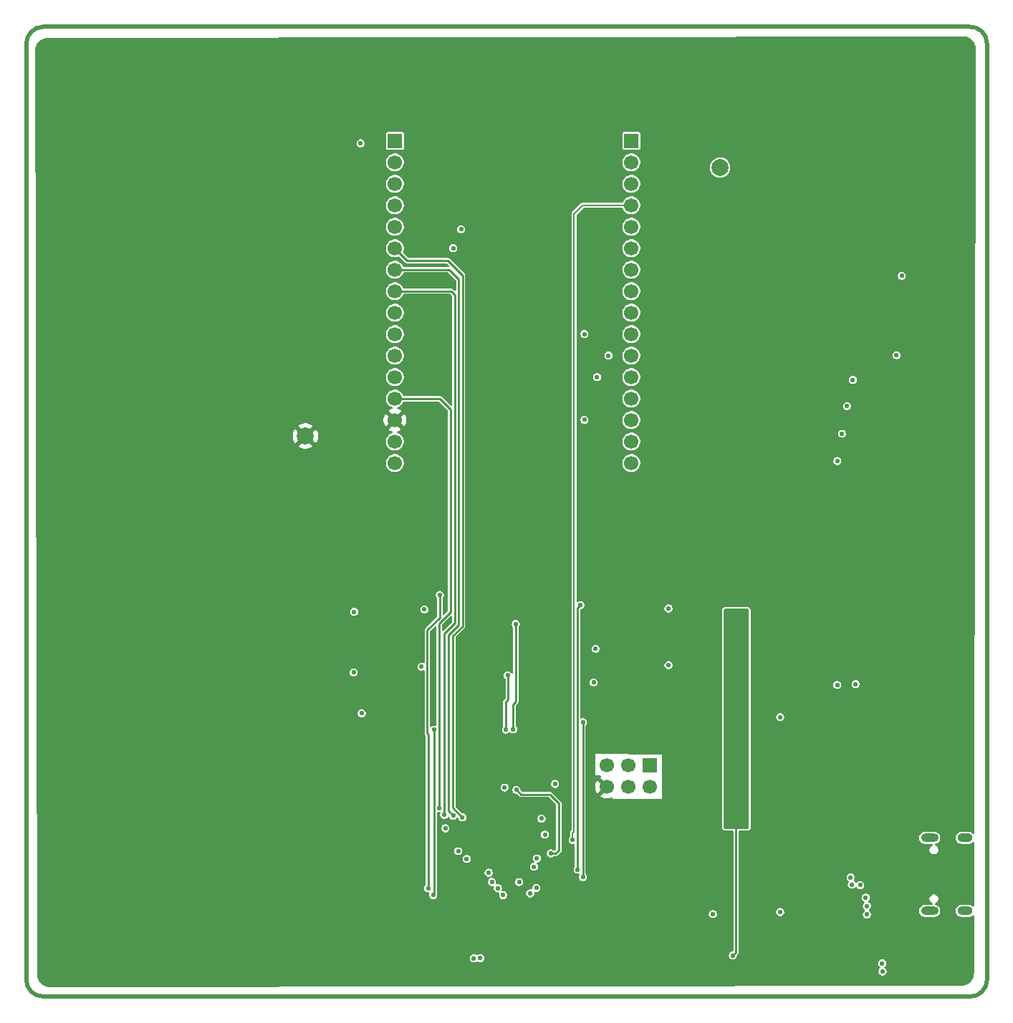
<source format=gbr>
%TF.GenerationSoftware,KiCad,Pcbnew,9.0.7*%
%TF.CreationDate,2026-01-21T16:50:36+00:00*%
%TF.ProjectId,OE PyBoard tester,4f452050-7942-46f6-9172-642074657374,rev?*%
%TF.SameCoordinates,PX4feafc0PY9062e40*%
%TF.FileFunction,Copper,L2,Inr*%
%TF.FilePolarity,Positive*%
%FSLAX46Y46*%
G04 Gerber Fmt 4.6, Leading zero omitted, Abs format (unit mm)*
G04 Created by KiCad (PCBNEW 9.0.7) date 2026-01-21 16:50:36*
%MOMM*%
%LPD*%
G01*
G04 APERTURE LIST*
%TA.AperFunction,ComponentPad*%
%ADD10R,1.700000X1.700000*%
%TD*%
%TA.AperFunction,ComponentPad*%
%ADD11C,1.700000*%
%TD*%
%TA.AperFunction,ComponentPad*%
%ADD12C,2.000000*%
%TD*%
%TA.AperFunction,HeatsinkPad*%
%ADD13O,2.100000X1.000000*%
%TD*%
%TA.AperFunction,HeatsinkPad*%
%ADD14O,1.800000X1.000000*%
%TD*%
%TA.AperFunction,ViaPad*%
%ADD15C,0.550000*%
%TD*%
%TA.AperFunction,Conductor*%
%ADD16C,0.230000*%
%TD*%
%TA.AperFunction,Conductor*%
%ADD17C,0.220000*%
%TD*%
%TA.AperFunction,Conductor*%
%ADD18C,0.210000*%
%TD*%
%TA.AperFunction,Profile*%
%ADD19C,0.500000*%
%TD*%
G04 APERTURE END LIST*
D10*
%TO.N,V+#1*%
%TO.C,J5*%
X71514000Y101205200D03*
D11*
%TO.N,+3V3#1*%
X71514000Y98665200D03*
%TO.N,GND#1*%
X71514000Y96125200D03*
%TO.N,/~{RST}#1 actuador*%
X71514000Y93585200D03*
%TO.N,/module on test/PB1-Y12*%
X71514000Y91045200D03*
%TO.N,/module on test/PB0-Y11*%
X71514000Y88505200D03*
%TO.N,/module on test/PB11-Y10*%
X71514000Y85965200D03*
%TO.N,/module on test/PB10-Y9*%
X71514000Y83425200D03*
%TO.N,/module on test/PA3-X4*%
X71514000Y80885200D03*
%TO.N,/module on test/PA2-X3*%
X71514000Y78345200D03*
%TO.N,/module on test/PA1-X2*%
X71514000Y75805200D03*
%TO.N,/module on test/PA0-X1*%
X71514000Y73265200D03*
%TO.N,/module on test/PA3-X4*%
X71514000Y70725200D03*
%TO.N,/module on test/PA2-X3*%
X71514000Y68185200D03*
%TO.N,/module on test/PA1-X2*%
X71514000Y65645200D03*
%TO.N,/module on test/PA0-X1*%
X71514000Y63105200D03*
%TD*%
D12*
%TO.N,GND*%
%TO.C,TP27*%
X32990681Y66290144D03*
%TD*%
D10*
%TO.N,/PDI_DATA*%
%TO.C,J2*%
X73690000Y27325000D03*
D11*
%TO.N,+3V3*%
X73690000Y24785000D03*
%TO.N,unconnected-(J2-Pin_3-Pad3)*%
X71150000Y27325000D03*
%TO.N,unconnected-(J2-Pin_4-Pad4)*%
X71150000Y24785000D03*
%TO.N,/PDI_CLOCK*%
X68610000Y27325000D03*
%TO.N,GND*%
X68610000Y24785000D03*
%TD*%
D13*
%TO.N,Net-(J1-SHIELD)*%
%TO.C,J1*%
X106770000Y10130000D03*
D14*
X110950000Y10130000D03*
D13*
X106770000Y18770000D03*
D14*
X110950000Y18770000D03*
%TD*%
D12*
%TO.N,GND#1*%
%TO.C,TP6*%
X82014000Y98031867D03*
%TD*%
D10*
%TO.N,/module on test/PC4-X11*%
%TO.C,J4*%
X43580000Y101193200D03*
D11*
%TO.N,/module on test/PC5-X12*%
X43580000Y98653200D03*
%TO.N,/module on test/PB12-Y5*%
X43580000Y96113200D03*
%TO.N,/module on test/PB13-Y6*%
X43580000Y93573200D03*
%TO.N,/module on test/PB12-Y5*%
X43580000Y91033200D03*
%TO.N,/module on test/PB13-Y6*%
X43580000Y88493200D03*
%TO.N,/module on test/PB10-Y9*%
X43580000Y85953200D03*
%TO.N,/module on test/PB11-Y10*%
X43580000Y83413200D03*
%TO.N,/module on test/PB0-Y11*%
X43580000Y80873200D03*
%TO.N,/module on test/PB1-Y12*%
X43580000Y78333200D03*
%TO.N,/module on test/PC4-X11*%
X43580000Y75793200D03*
%TO.N,/module on test/PC5-X12*%
X43580000Y73253200D03*
%TO.N,/~{RST}#2 feedback*%
X43580000Y70713200D03*
%TO.N,GND*%
X43580000Y68173200D03*
%TO.N,+3V3#2*%
X43580000Y65633200D03*
%TO.N,V+#2*%
X43580000Y63093200D03*
%TD*%
D15*
%TO.N,Net-(U1-PC2{slash}OC0C{slash}RXD0)*%
X103475000Y85250000D03*
%TO.N,GND*%
X101200000Y53300000D03*
X101000000Y60775000D03*
X101550000Y44225000D03*
X101540095Y37891772D03*
X101500000Y30175000D03*
X101550000Y20475000D03*
X104122765Y19356499D03*
X101800000Y18375000D03*
X103950000Y13925000D03*
X104125000Y12325000D03*
X101925000Y11275000D03*
X102125000Y13800000D03*
X102050000Y15975000D03*
X55475000Y9275000D03*
X51350000Y9300000D03*
X54300000Y13900000D03*
%TO.N,Net-(U1-PC2{slash}OC0C{slash}RXD0)*%
X52900000Y4525000D03*
%TO.N,Net-(U1-PC3{slash}OC0D{slash}TXD0)*%
X53650000Y4550000D03*
%TO.N,Net-(U1-PC2{slash}OC0C{slash}RXD0)*%
X101200000Y2975000D03*
%TO.N,Net-(U1-PC3{slash}OC0D{slash}TXD0)*%
X101162500Y3937500D03*
X102850000Y75850000D03*
%TO.N,GND*%
X92000000Y44775000D03*
X110175000Y57700000D03*
X88525000Y53325000D03*
%TO.N,/OK_LED*%
X95850000Y36850000D03*
%TO.N,/NOK_LED*%
X98000000Y36950000D03*
%TO.N,GND*%
X107025000Y38050000D03*
X107225000Y47100000D03*
%TO.N,+3V3#2*%
X38700000Y38350000D03*
%TO.N,V+#2*%
X38750000Y45500000D03*
X39650000Y33500000D03*
X89100000Y33050000D03*
%TO.N,V+#1*%
X75900000Y45900000D03*
%TO.N,+3V3#1*%
X75900000Y39200000D03*
%TO.N,/module on test/PB1-Y12*%
X51400000Y90755200D03*
%TO.N,/module on test/PB0-Y11*%
X50450000Y88505200D03*
%TO.N,/module on test/PB13-Y6*%
X51550000Y21200000D03*
%TO.N,/module on test/PB10-Y9*%
X50450000Y21400000D03*
%TO.N,/~{RST}#2 feedback*%
X48800000Y22300000D03*
%TO.N,GND*%
X66850000Y24050000D03*
X49250000Y68800000D03*
X73950000Y70700000D03*
X3125000Y67075000D03*
X87150000Y17200000D03*
X74150000Y61650000D03*
X74350000Y45600000D03*
X49500000Y46350000D03*
X85950000Y46550000D03*
X15475000Y60875000D03*
X73350000Y32100000D03*
X47400000Y84500000D03*
X66050000Y34050000D03*
X101237500Y64938800D03*
X61400000Y36900000D03*
X56400000Y17800000D03*
X103967500Y5600000D03*
X64000000Y32050000D03*
X63562500Y36838800D03*
X48150000Y43100000D03*
X49563500Y15900000D03*
X72300000Y14575000D03*
X56400000Y21550000D03*
X110475000Y52300000D03*
X76950000Y93850000D03*
X110500000Y63200000D03*
X97400000Y9950000D03*
X46600000Y32450000D03*
X91650000Y92700000D03*
X93000000Y103250000D03*
X49225000Y1975000D03*
X63700000Y59050000D03*
X63850000Y82300000D03*
X97825000Y1925000D03*
X50150000Y89700000D03*
X57375000Y112500000D03*
X19525000Y112450000D03*
X41100000Y31650000D03*
X104100000Y100150000D03*
X53000000Y46850000D03*
X90300000Y67650000D03*
X80075000Y14550000D03*
X103867500Y21500000D03*
X74100000Y87700000D03*
X53050000Y57250000D03*
X90150000Y28050000D03*
X49250000Y53750000D03*
X54550000Y17800000D03*
X89300000Y29850000D03*
X67050000Y106750000D03*
X82700000Y18950000D03*
X104137500Y61788800D03*
X88650000Y80650000D03*
X93700000Y6050000D03*
X110925000Y93500000D03*
X52700000Y77950000D03*
X56950000Y39050000D03*
X54550000Y21550000D03*
X110075000Y33100000D03*
X35850000Y57700000D03*
X86900000Y58050000D03*
X36200000Y24050000D03*
X58300000Y19650000D03*
X17050000Y39900000D03*
X48200000Y36400000D03*
X45950000Y79700000D03*
X63950000Y89600000D03*
X95000000Y112325000D03*
X86900000Y51400000D03*
X105250000Y106350000D03*
X40950000Y36393200D03*
X38900000Y36250000D03*
X39800000Y49550000D03*
X84550000Y19250000D03*
X49200000Y60650000D03*
X81350000Y32100000D03*
X49050000Y107050000D03*
X59000000Y53450000D03*
X58300000Y21550000D03*
X63150000Y75650000D03*
X87050000Y25350000D03*
X101200000Y13245000D03*
X71000000Y45700000D03*
X110800000Y112150000D03*
X66100000Y84850000D03*
X86500000Y34200000D03*
X3250000Y97725000D03*
X57600000Y29100000D03*
X56400000Y19650000D03*
X53000000Y82600000D03*
X48200000Y38343200D03*
X81300000Y46000000D03*
X75912500Y41088800D03*
X52700000Y84600000D03*
X57950000Y72800000D03*
X46750000Y26600000D03*
X2825000Y86700000D03*
X76900000Y73850000D03*
X66300000Y66700000D03*
X71950000Y19300000D03*
X74200000Y97100000D03*
X13600000Y105050000D03*
X63850000Y67750000D03*
X86050000Y106850000D03*
X89100000Y17250000D03*
X12550000Y79150000D03*
X93350000Y80750000D03*
X46650000Y36350000D03*
X58300000Y17800000D03*
X96137500Y72538800D03*
X65900000Y43050000D03*
X73900000Y79450000D03*
X65350000Y73250000D03*
X65400000Y48150000D03*
X62800000Y28400000D03*
X63512500Y42888800D03*
X49500000Y71850000D03*
X74300000Y49800000D03*
X30100000Y107150000D03*
X63850000Y40650000D03*
X52750000Y67850000D03*
X56400000Y28100000D03*
X68150000Y69200000D03*
X86782500Y4850000D03*
X27700000Y17000000D03*
X65900000Y37050000D03*
X54000000Y44425000D03*
X3025000Y46700000D03*
X58400000Y12450000D03*
X97200000Y44300000D03*
X21800000Y91500000D03*
X55700000Y32300000D03*
X63900000Y48950000D03*
X52950000Y36593200D03*
X48300000Y45075000D03*
X75912500Y35238800D03*
X87050000Y24550000D03*
X3825000Y26200000D03*
X93950000Y59500000D03*
X71762500Y33838800D03*
X72300000Y2150000D03*
X58500000Y34050000D03*
X84550000Y16950000D03*
X75800000Y26800000D03*
X61700000Y12350000D03*
X22450000Y67950000D03*
X74500000Y15700000D03*
X40950000Y43000000D03*
X63650000Y23800000D03*
X46650000Y15100000D03*
X76800000Y65150000D03*
X106050000Y25100000D03*
X2375000Y2000000D03*
X97075000Y16675000D03*
X90750000Y19800000D03*
X50975000Y14850000D03*
X81700000Y38850000D03*
X45800000Y77350000D03*
X92950000Y40950000D03*
X103917500Y7500000D03*
X58250000Y89550000D03*
X76450000Y112225000D03*
X77200000Y59350000D03*
X65450000Y80000000D03*
X41500000Y47600000D03*
X110375000Y41400000D03*
X52600000Y91500000D03*
X104450000Y11250000D03*
X55900000Y35250000D03*
X86350000Y41300000D03*
X46400000Y87800000D03*
X104500000Y18150000D03*
X106550000Y4300000D03*
X40100000Y62100000D03*
X29750000Y2650000D03*
X38500000Y40700000D03*
X86900000Y31900000D03*
X20650000Y27100000D03*
X81750000Y35500000D03*
X57100000Y42600000D03*
X40500000Y38450000D03*
X97275000Y30200000D03*
X16950000Y51325000D03*
X51900000Y23150000D03*
X48000000Y32400000D03*
X12625000Y11175000D03*
X49800000Y44200000D03*
X67550000Y19200000D03*
X38790000Y34200000D03*
X110575000Y2550000D03*
X49950000Y84650000D03*
X73512500Y37138800D03*
X30200000Y50500000D03*
X86500000Y6500000D03*
X38000000Y112700000D03*
X54550000Y19650000D03*
X97100000Y23175000D03*
X76950000Y84550000D03*
X51350000Y32100000D03*
X81650000Y25600000D03*
X49050000Y14000000D03*
X38710000Y42950000D03*
X91120000Y24450000D03*
X77600000Y5050000D03*
X63950000Y34000000D03*
X40100000Y56700000D03*
X71050000Y29500000D03*
X100850000Y18550000D03*
X93780000Y24450000D03*
X51150000Y25450000D03*
X69700000Y94700000D03*
X75050000Y99650000D03*
X48050000Y33800000D03*
X73512500Y43088800D03*
X77050000Y52750000D03*
X53400000Y33800000D03*
X49550000Y82450000D03*
X104137500Y75238800D03*
X81600000Y42650000D03*
X64650000Y9550000D03*
X2894469Y111735997D03*
X32400000Y36550000D03*
X110800000Y75600000D03*
X96800000Y100300000D03*
X51250000Y19000000D03*
X68350000Y12250000D03*
X46600000Y20450000D03*
X61300000Y42950000D03*
X74200000Y56000000D03*
X77050000Y45550000D03*
X63900000Y20950000D03*
X66550000Y31600000D03*
%TO.N,/STATE_LED*%
X57930999Y24458310D03*
X62000000Y16935000D03*
%TO.N,/~{RST}#1 actuador*%
X64565000Y18535000D03*
%TO.N,/V+#1_chck*%
X57850000Y44056300D03*
X57550000Y31600000D03*
%TO.N,/+3V3#1_chck*%
X56900000Y38000000D03*
X56686622Y31563937D03*
%TO.N,/V+#1_ok*%
X54650000Y14650000D03*
X65150000Y15000000D03*
X65500000Y46300000D03*
%TO.N,/+3V3#1_ok*%
X55050000Y13550000D03*
X65800000Y32450000D03*
X65800000Y14136000D03*
%TO.N,/V+#2_ok*%
X55750000Y12800000D03*
X47500000Y12800000D03*
X48875000Y47500000D03*
%TO.N,/+3V3#2_ok*%
X48216000Y31550000D03*
X48100000Y12000000D03*
X56350000Y12000000D03*
%TO.N,/module on test/PC5-X12*%
X39500000Y100918533D03*
%TO.N,/module on test/PB11-Y10*%
X49400000Y21500000D03*
%TO.N,/module on test/PA1-X2*%
X68814000Y75805200D03*
%TO.N,/module on test/PA0-X1*%
X67464000Y73255200D03*
%TO.N,/module on test/PA2-X3*%
X65964000Y78355200D03*
X65964000Y68205200D03*
%TO.N,+3V3*%
X60900000Y21050000D03*
X62500000Y25150000D03*
X67050000Y37150000D03*
X83500000Y4850000D03*
X82900000Y34200000D03*
X49550000Y19900000D03*
X83100000Y25450000D03*
X58250000Y13551000D03*
X61300000Y19150000D03*
X83200000Y40000000D03*
X47050000Y45800000D03*
X84900000Y42800000D03*
X82950000Y30450000D03*
X83150000Y45400000D03*
X84900000Y21300000D03*
X84870000Y23570000D03*
X84500000Y32050000D03*
X67278367Y41128367D03*
X83000000Y20500000D03*
X46700000Y39022000D03*
X83200000Y23000000D03*
X84850000Y28550000D03*
X56528500Y24728500D03*
X84900000Y36950000D03*
%TO.N,/FTDI_CTS*%
X81150000Y9750000D03*
X89100000Y10000000D03*
%TO.N,/RST#1_LED*%
X59559022Y12200000D03*
X97687500Y72938800D03*
X99350000Y9700000D03*
%TO.N,/RST#2_LED*%
X60300000Y12850000D03*
X99345384Y10700000D03*
X96987500Y69838800D03*
%TO.N,/SUPPLY_LED*%
X99200000Y11700000D03*
X96402500Y66561200D03*
X60000000Y15350000D03*
%TO.N,/IOs_LED*%
X60350000Y16350000D03*
X98570000Y13180000D03*
X95862500Y63338800D03*
%TO.N,/OK_LED*%
X97409384Y14090616D03*
X51050000Y17200000D03*
%TO.N,/NOK_LED*%
X52050000Y16275000D03*
X97575000Y13250000D03*
%TO.N,GND*%
X104062500Y59288800D03*
%TD*%
D16*
%TO.N,/module on test/PB13-Y6*%
X50400000Y42642366D02*
X51557999Y43800365D01*
X51550000Y21200000D02*
X50400000Y22350000D01*
X51557999Y85292001D02*
X49800000Y87050000D01*
X50400000Y22350000D02*
X50400000Y42642366D01*
X45023200Y87050000D02*
X43580000Y88493200D01*
X51557999Y43800365D02*
X51557999Y85292001D01*
X49800000Y87050000D02*
X45023200Y87050000D01*
D17*
%TO.N,/module on test/PB10-Y9*%
X49900000Y21950000D02*
X49900000Y42766034D01*
X49900000Y42766034D02*
X51116999Y43983033D01*
X51116999Y43983033D02*
X51116999Y84833001D01*
X51116999Y84833001D02*
X49996800Y85953200D01*
X49996800Y85953200D02*
X43580000Y85953200D01*
X50450000Y21400000D02*
X49900000Y21950000D01*
D16*
%TO.N,/~{RST}#2 feedback*%
X48886800Y70713200D02*
X43580000Y70713200D01*
X50150000Y69450000D02*
X48886800Y70713200D01*
X48800000Y22300000D02*
X48806000Y22306000D01*
X48806000Y44128602D02*
X50150000Y45472602D01*
X50150000Y45472602D02*
X50150000Y69450000D01*
X48806000Y22306000D02*
X48806000Y44128602D01*
D17*
%TO.N,/STATE_LED*%
X62950000Y22850000D02*
X61900000Y23900000D01*
X58489309Y23900000D02*
X57930999Y24458310D01*
X61900000Y23900000D02*
X58489309Y23900000D01*
X62950000Y17325000D02*
X62950000Y22850000D01*
X62000000Y16935000D02*
X62560000Y16935000D01*
X62560000Y16935000D02*
X62950000Y17325000D01*
D18*
%TO.N,/~{RST}#1 actuador*%
X64734000Y19509000D02*
X64734000Y92584000D01*
X64734000Y92584000D02*
X65735200Y93585200D01*
X64565000Y18535000D02*
X64565000Y19340000D01*
X64565000Y19340000D02*
X64734000Y19509000D01*
X65735200Y93585200D02*
X71514000Y93585200D01*
D17*
%TO.N,/V+#1_chck*%
X57550000Y31600000D02*
X57550000Y34579000D01*
X57850000Y34879000D02*
X57850000Y44056300D01*
X57550000Y34579000D02*
X57850000Y34879000D01*
%TO.N,/+3V3#1_chck*%
X56950000Y35150000D02*
X56950000Y37950000D01*
X56950000Y37950000D02*
X56900000Y38000000D01*
X56686622Y34886622D02*
X56950000Y35150000D01*
X56686622Y31563937D02*
X56686622Y34886622D01*
%TO.N,/V+#1_ok*%
X65150000Y15000000D02*
X65150000Y45950000D01*
X65150000Y45950000D02*
X65500000Y46300000D01*
%TO.N,/+3V3#1_ok*%
X65800000Y14136000D02*
X65800000Y32450000D01*
%TO.N,/V+#2_ok*%
X48875000Y45328730D02*
X48875000Y47500000D01*
X47500000Y12800000D02*
X47500000Y31028730D01*
X47400000Y43346270D02*
X48886000Y44832270D01*
X48886000Y45317730D02*
X48875000Y45328730D01*
X47400000Y31128730D02*
X47400000Y43346270D01*
X47500000Y31028730D02*
X47400000Y31128730D01*
X48886000Y44832270D02*
X48886000Y45317730D01*
%TO.N,/+3V3#2_ok*%
X48100000Y12200000D02*
X48100000Y12000000D01*
X48216000Y22544730D02*
X48214000Y22542730D01*
X48216000Y12316000D02*
X48100000Y12200000D01*
X48216000Y31550000D02*
X48216000Y22544730D01*
X48214000Y22057270D02*
X48216000Y22055270D01*
X48214000Y22542730D02*
X48214000Y22057270D01*
X48216000Y22055270D02*
X48216000Y12316000D01*
%TO.N,/module on test/PB11-Y10*%
X50656000Y82994000D02*
X50236800Y83413200D01*
X49400000Y42917986D02*
X50656000Y44173986D01*
X50656000Y44173986D02*
X50656000Y82994000D01*
X49400000Y21500000D02*
X49400000Y42917986D01*
X50236800Y83413200D02*
X43580000Y83413200D01*
%TO.N,+3V3*%
X83500000Y4850000D02*
X83881500Y5231500D01*
X83881500Y21581500D02*
X83900000Y21600000D01*
X83881500Y5231500D02*
X83881500Y21581500D01*
%TD*%
%TA.AperFunction,Conductor*%
%TO.N,+3V3*%
G36*
X85343039Y45830315D02*
G01*
X85388794Y45777511D01*
X85400000Y45726000D01*
X85400000Y19974000D01*
X85380315Y19906961D01*
X85327511Y19861206D01*
X85276000Y19850000D01*
X82574000Y19850000D01*
X82506961Y19869685D01*
X82461206Y19922489D01*
X82450000Y19974000D01*
X82450000Y45726000D01*
X82469685Y45793039D01*
X82522489Y45838794D01*
X82574000Y45850000D01*
X85276000Y45850000D01*
X85343039Y45830315D01*
G37*
%TD.AperFunction*%
%TD*%
%TA.AperFunction,Conductor*%
%TO.N,GND*%
G36*
X48409834Y43814476D02*
G01*
X48465767Y43772604D01*
X48490184Y43707140D01*
X48490500Y43698294D01*
X48490500Y32130322D01*
X48470815Y32063283D01*
X48418011Y32017528D01*
X48348853Y32007584D01*
X48334407Y32010547D01*
X48278601Y32025500D01*
X48153399Y32025500D01*
X48097595Y32010547D01*
X48032463Y31993095D01*
X47924037Y31930496D01*
X47924034Y31930494D01*
X47922181Y31928640D01*
X47920232Y31927577D01*
X47917591Y31925549D01*
X47917274Y31925962D01*
X47860858Y31895155D01*
X47791166Y31900139D01*
X47735233Y31942011D01*
X47710816Y32007475D01*
X47710500Y32016321D01*
X47710500Y43166294D01*
X47730185Y43233333D01*
X47746819Y43253975D01*
X48278819Y43785975D01*
X48340142Y43819460D01*
X48409834Y43814476D01*
G37*
%TD.AperFunction*%
%TA.AperFunction,Conductor*%
G36*
X50264834Y45038737D02*
G01*
X50320767Y44996865D01*
X50345184Y44931401D01*
X50345500Y44922555D01*
X50345500Y44353962D01*
X50325815Y44286923D01*
X50309181Y44266281D01*
X49333181Y43290281D01*
X49271858Y43256796D01*
X49202166Y43261780D01*
X49146233Y43303652D01*
X49121816Y43369116D01*
X49121500Y43377962D01*
X49121500Y43946555D01*
X49141185Y44013594D01*
X49157819Y44034236D01*
X50133819Y45010236D01*
X50195142Y45043721D01*
X50264834Y45038737D01*
G37*
%TD.AperFunction*%
%TA.AperFunction,Conductor*%
G36*
X110724143Y113571917D02*
G01*
X110944783Y113554910D01*
X110964050Y113551887D01*
X111174515Y113501631D01*
X111193068Y113495624D01*
X111305429Y113449194D01*
X111393051Y113412987D01*
X111410428Y113404148D01*
X111454272Y113377309D01*
X111594986Y113291170D01*
X111610769Y113279709D01*
X111775312Y113139201D01*
X111789103Y113125408D01*
X111815461Y113094528D01*
X111929585Y112960828D01*
X111941042Y112945042D01*
X112053977Y112760469D01*
X112062817Y112743084D01*
X112145414Y112543083D01*
X112151416Y112524530D01*
X112201627Y112314055D01*
X112204647Y112294786D01*
X112221608Y112074165D01*
X112221973Y112064412D01*
X112036261Y19373510D01*
X112016442Y19306510D01*
X111963546Y19260861D01*
X111894368Y19251056D01*
X111830871Y19280208D01*
X111824580Y19286077D01*
X111796545Y19314112D01*
X111796541Y19314115D01*
X111681817Y19390772D01*
X111681804Y19390779D01*
X111554332Y19443579D01*
X111554322Y19443582D01*
X111418995Y19470500D01*
X111418993Y19470500D01*
X110481007Y19470500D01*
X110481005Y19470500D01*
X110345677Y19443582D01*
X110345667Y19443579D01*
X110218195Y19390779D01*
X110218182Y19390772D01*
X110103458Y19314115D01*
X110103454Y19314112D01*
X110005888Y19216546D01*
X110005885Y19216542D01*
X109929228Y19101818D01*
X109929221Y19101805D01*
X109876421Y18974333D01*
X109876418Y18974323D01*
X109849500Y18838996D01*
X109849500Y18838993D01*
X109849500Y18701007D01*
X109849500Y18701005D01*
X109849499Y18701005D01*
X109876418Y18565678D01*
X109876421Y18565668D01*
X109929221Y18438196D01*
X109929228Y18438183D01*
X110005885Y18323459D01*
X110005888Y18323455D01*
X110103454Y18225889D01*
X110103458Y18225886D01*
X110218182Y18149229D01*
X110218195Y18149222D01*
X110345667Y18096422D01*
X110345672Y18096420D01*
X110345676Y18096420D01*
X110345677Y18096419D01*
X110481004Y18069500D01*
X110481007Y18069500D01*
X111418995Y18069500D01*
X111510041Y18087611D01*
X111554328Y18096420D01*
X111681811Y18149225D01*
X111796542Y18225886D01*
X111822155Y18251500D01*
X111883476Y18284984D01*
X111953168Y18280000D01*
X112009102Y18238130D01*
X112033520Y18172666D01*
X112033836Y18163570D01*
X112018985Y10750786D01*
X111999166Y10683786D01*
X111946270Y10638137D01*
X111877092Y10628332D01*
X111813595Y10657484D01*
X111807304Y10663353D01*
X111796545Y10674112D01*
X111796541Y10674115D01*
X111681817Y10750772D01*
X111681804Y10750779D01*
X111554332Y10803579D01*
X111554322Y10803582D01*
X111418995Y10830500D01*
X111418993Y10830500D01*
X110481007Y10830500D01*
X110481005Y10830500D01*
X110345677Y10803582D01*
X110345667Y10803579D01*
X110218195Y10750779D01*
X110218182Y10750772D01*
X110103458Y10674115D01*
X110103454Y10674112D01*
X110005888Y10576546D01*
X110005885Y10576542D01*
X109929228Y10461818D01*
X109929221Y10461805D01*
X109876421Y10334333D01*
X109876418Y10334323D01*
X109849500Y10198996D01*
X109849500Y10198993D01*
X109849500Y10061007D01*
X109849500Y10061005D01*
X109849499Y10061005D01*
X109876418Y9925678D01*
X109876421Y9925668D01*
X109929221Y9798196D01*
X109929228Y9798183D01*
X110005885Y9683459D01*
X110005888Y9683455D01*
X110103454Y9585889D01*
X110103458Y9585886D01*
X110218182Y9509229D01*
X110218195Y9509222D01*
X110341773Y9458035D01*
X110345672Y9456420D01*
X110345676Y9456420D01*
X110345677Y9456419D01*
X110481004Y9429500D01*
X110481007Y9429500D01*
X111418995Y9429500D01*
X111510041Y9447611D01*
X111554328Y9456420D01*
X111652924Y9497260D01*
X111681804Y9509222D01*
X111681804Y9509223D01*
X111681811Y9509225D01*
X111796542Y9585886D01*
X111804808Y9594153D01*
X111866128Y9627638D01*
X111935820Y9622656D01*
X111991755Y9580787D01*
X112016175Y9515324D01*
X112016491Y9506225D01*
X112003003Y2774151D01*
X112002603Y2764446D01*
X111984928Y2544944D01*
X111981860Y2525777D01*
X111931291Y2316465D01*
X111925270Y2298012D01*
X111842654Y2099152D01*
X111833827Y2081865D01*
X111721193Y1898338D01*
X111709776Y1882639D01*
X111569876Y1718933D01*
X111556150Y1705210D01*
X111392417Y1565343D01*
X111376721Y1553932D01*
X111193166Y1441331D01*
X111175877Y1432507D01*
X110977001Y1349931D01*
X110958548Y1343914D01*
X110749226Y1293386D01*
X110730057Y1290322D01*
X110510552Y1272690D01*
X110500848Y1272292D01*
X2828896Y1077718D01*
X2819170Y1078083D01*
X2599176Y1094990D01*
X2579960Y1097996D01*
X2370049Y1147969D01*
X2351540Y1153944D01*
X2152033Y1236123D01*
X2134685Y1244918D01*
X1950480Y1357285D01*
X1934721Y1368685D01*
X1770353Y1508474D01*
X1756571Y1522198D01*
X1616087Y1685966D01*
X1604620Y1701676D01*
X1602444Y1705209D01*
X1491465Y1885410D01*
X1482604Y1902704D01*
X1399572Y2101870D01*
X1393519Y2120354D01*
X1342656Y2330040D01*
X1339567Y2349243D01*
X1321723Y2569176D01*
X1321317Y2578900D01*
X1320796Y2791464D01*
X1317837Y4000101D01*
X100687000Y4000101D01*
X100687000Y3874899D01*
X100719405Y3753964D01*
X100782005Y3645536D01*
X100870536Y3557005D01*
X100880179Y3551438D01*
X100882113Y3550321D01*
X100930328Y3499753D01*
X100943550Y3431146D01*
X100917582Y3366281D01*
X100907794Y3355253D01*
X100819503Y3266963D01*
X100756905Y3158537D01*
X100756905Y3158536D01*
X100724500Y3037601D01*
X100724500Y2912399D01*
X100756905Y2791464D01*
X100819505Y2683036D01*
X100908036Y2594505D01*
X101016464Y2531905D01*
X101137399Y2499500D01*
X101137401Y2499500D01*
X101262599Y2499500D01*
X101262601Y2499500D01*
X101383536Y2531905D01*
X101491964Y2594505D01*
X101580495Y2683036D01*
X101643095Y2791464D01*
X101675500Y2912399D01*
X101675500Y3037601D01*
X101643095Y3158536D01*
X101580495Y3266964D01*
X101491964Y3355495D01*
X101488635Y3357417D01*
X101480384Y3362181D01*
X101432170Y3412750D01*
X101418949Y3481357D01*
X101444918Y3546221D01*
X101454690Y3557232D01*
X101542995Y3645536D01*
X101605595Y3753964D01*
X101638000Y3874899D01*
X101638000Y4000101D01*
X101605595Y4121036D01*
X101542995Y4229464D01*
X101454464Y4317995D01*
X101346036Y4380595D01*
X101346037Y4380595D01*
X101305724Y4391397D01*
X101225101Y4413000D01*
X101099899Y4413000D01*
X101019275Y4391397D01*
X100978963Y4380595D01*
X100870537Y4317996D01*
X100870534Y4317994D01*
X100782006Y4229466D01*
X100782004Y4229463D01*
X100719405Y4121037D01*
X100708920Y4081906D01*
X100687000Y4000101D01*
X1317837Y4000101D01*
X1316398Y4587601D01*
X52424500Y4587601D01*
X52424500Y4462399D01*
X52456905Y4341464D01*
X52519505Y4233036D01*
X52608036Y4144505D01*
X52716464Y4081905D01*
X52837399Y4049500D01*
X52837401Y4049500D01*
X52962599Y4049500D01*
X52962601Y4049500D01*
X53083536Y4081905D01*
X53191964Y4144505D01*
X53201318Y4153860D01*
X53262638Y4187345D01*
X53332330Y4182363D01*
X53350999Y4173568D01*
X53358035Y4169506D01*
X53358036Y4169505D01*
X53466464Y4106905D01*
X53587399Y4074500D01*
X53587401Y4074500D01*
X53712599Y4074500D01*
X53712601Y4074500D01*
X53833536Y4106905D01*
X53941964Y4169505D01*
X54030495Y4258036D01*
X54093095Y4366464D01*
X54125500Y4487399D01*
X54125500Y4612601D01*
X54093095Y4733536D01*
X54030495Y4841964D01*
X53941964Y4930495D01*
X53833536Y4993095D01*
X53833537Y4993095D01*
X53793224Y5003897D01*
X53712601Y5025500D01*
X53587399Y5025500D01*
X53506775Y5003897D01*
X53466463Y4993095D01*
X53358037Y4930496D01*
X53358033Y4930493D01*
X53348677Y4921137D01*
X53287353Y4887654D01*
X53217662Y4892641D01*
X53199000Y4901433D01*
X53083536Y4968095D01*
X53083537Y4968095D01*
X53043224Y4978897D01*
X52962601Y5000500D01*
X52837399Y5000500D01*
X52756775Y4978897D01*
X52716463Y4968095D01*
X52608037Y4905496D01*
X52608034Y4905494D01*
X52519506Y4816966D01*
X52519504Y4816963D01*
X52456905Y4708537D01*
X52456905Y4708536D01*
X52424500Y4587601D01*
X1316398Y4587601D01*
X1303603Y9812601D01*
X80674500Y9812601D01*
X80674500Y9687399D01*
X80706905Y9566464D01*
X80769505Y9458036D01*
X80858036Y9369505D01*
X80966464Y9306905D01*
X81087399Y9274500D01*
X81087401Y9274500D01*
X81212599Y9274500D01*
X81212601Y9274500D01*
X81333536Y9306905D01*
X81441964Y9369505D01*
X81530495Y9458036D01*
X81593095Y9566464D01*
X81625500Y9687399D01*
X81625500Y9812601D01*
X81593095Y9933536D01*
X81530495Y10041964D01*
X81441964Y10130495D01*
X81333536Y10193095D01*
X81333537Y10193095D01*
X81293224Y10203897D01*
X81212601Y10225500D01*
X81087399Y10225500D01*
X81006775Y10203897D01*
X80966463Y10193095D01*
X80858037Y10130496D01*
X80858034Y10130494D01*
X80769506Y10041966D01*
X80769504Y10041963D01*
X80706905Y9933537D01*
X80706905Y9933536D01*
X80674500Y9812601D01*
X1303603Y9812601D01*
X1245444Y33562601D01*
X39174500Y33562601D01*
X39174500Y33437399D01*
X39206905Y33316464D01*
X39269505Y33208036D01*
X39358036Y33119505D01*
X39466464Y33056905D01*
X39587399Y33024500D01*
X39587401Y33024500D01*
X39712599Y33024500D01*
X39712601Y33024500D01*
X39833536Y33056905D01*
X39941964Y33119505D01*
X40030495Y33208036D01*
X40093095Y33316464D01*
X40125500Y33437399D01*
X40125500Y33562601D01*
X40093095Y33683536D01*
X40030495Y33791964D01*
X39941964Y33880495D01*
X39833536Y33943095D01*
X39833537Y33943095D01*
X39793224Y33953897D01*
X39712601Y33975500D01*
X39587399Y33975500D01*
X39506775Y33953897D01*
X39466463Y33943095D01*
X39358037Y33880496D01*
X39358034Y33880494D01*
X39269506Y33791966D01*
X39269504Y33791963D01*
X39206905Y33683537D01*
X39206905Y33683536D01*
X39174500Y33562601D01*
X1245444Y33562601D01*
X1233567Y38412601D01*
X38224500Y38412601D01*
X38224500Y38287399D01*
X38256905Y38166464D01*
X38319505Y38058036D01*
X38408036Y37969505D01*
X38516464Y37906905D01*
X38637399Y37874500D01*
X38637401Y37874500D01*
X38762599Y37874500D01*
X38762601Y37874500D01*
X38883536Y37906905D01*
X38991964Y37969505D01*
X39080495Y38058036D01*
X39143095Y38166464D01*
X39175500Y38287399D01*
X39175500Y38412601D01*
X39143095Y38533536D01*
X39080495Y38641964D01*
X38991964Y38730495D01*
X38883536Y38793095D01*
X38883537Y38793095D01*
X38843224Y38803897D01*
X38762601Y38825500D01*
X38637399Y38825500D01*
X38556775Y38803897D01*
X38516463Y38793095D01*
X38408037Y38730496D01*
X38408034Y38730494D01*
X38319506Y38641966D01*
X38319504Y38641963D01*
X38256905Y38533537D01*
X38256905Y38533536D01*
X38224500Y38412601D01*
X1233567Y38412601D01*
X1216058Y45562601D01*
X38274500Y45562601D01*
X38274500Y45437399D01*
X38306905Y45316464D01*
X38369505Y45208036D01*
X38458036Y45119505D01*
X38566464Y45056905D01*
X38687399Y45024500D01*
X38687401Y45024500D01*
X38812599Y45024500D01*
X38812601Y45024500D01*
X38933536Y45056905D01*
X39041964Y45119505D01*
X39130495Y45208036D01*
X39193095Y45316464D01*
X39225500Y45437399D01*
X39225500Y45562601D01*
X39193095Y45683536D01*
X39130495Y45791964D01*
X39059858Y45862601D01*
X46574500Y45862601D01*
X46574500Y45737399D01*
X46606905Y45616464D01*
X46669505Y45508036D01*
X46758036Y45419505D01*
X46866464Y45356905D01*
X46987399Y45324500D01*
X46987401Y45324500D01*
X47112599Y45324500D01*
X47112601Y45324500D01*
X47233536Y45356905D01*
X47341964Y45419505D01*
X47430495Y45508036D01*
X47493095Y45616464D01*
X47525500Y45737399D01*
X47525500Y45862601D01*
X47493095Y45983536D01*
X47430495Y46091964D01*
X47341964Y46180495D01*
X47233536Y46243095D01*
X47233537Y46243095D01*
X47193224Y46253897D01*
X47112601Y46275500D01*
X46987399Y46275500D01*
X46906775Y46253897D01*
X46866463Y46243095D01*
X46758037Y46180496D01*
X46758034Y46180494D01*
X46669506Y46091966D01*
X46669504Y46091963D01*
X46606905Y45983537D01*
X46601910Y45964896D01*
X46574500Y45862601D01*
X39059858Y45862601D01*
X39041964Y45880495D01*
X38933536Y45943095D01*
X38933537Y45943095D01*
X38893224Y45953897D01*
X38812601Y45975500D01*
X38687399Y45975500D01*
X38606775Y45953897D01*
X38566463Y45943095D01*
X38458037Y45880496D01*
X38458034Y45880494D01*
X38369506Y45791966D01*
X38369504Y45791963D01*
X38306905Y45683537D01*
X38290702Y45623069D01*
X38274500Y45562601D01*
X1216058Y45562601D01*
X1172876Y63196670D01*
X42529500Y63196670D01*
X42529500Y62989731D01*
X42569868Y62786788D01*
X42569870Y62786780D01*
X42649058Y62595604D01*
X42764024Y62423543D01*
X42910342Y62277225D01*
X42910345Y62277223D01*
X43082402Y62162259D01*
X43273580Y62083070D01*
X43416202Y62054701D01*
X43476530Y62042701D01*
X43476534Y62042700D01*
X43476535Y62042700D01*
X43683466Y62042700D01*
X43683467Y62042701D01*
X43886420Y62083070D01*
X44077598Y62162259D01*
X44249655Y62277223D01*
X44395977Y62423545D01*
X44510941Y62595602D01*
X44590130Y62786780D01*
X44630500Y62989735D01*
X44630500Y63196665D01*
X44590130Y63399620D01*
X44510941Y63590798D01*
X44395977Y63762855D01*
X44395975Y63762858D01*
X44249657Y63909176D01*
X44163626Y63966659D01*
X44077598Y64024141D01*
X44048625Y64036142D01*
X43886420Y64103330D01*
X43886412Y64103332D01*
X43683469Y64143700D01*
X43683465Y64143700D01*
X43476535Y64143700D01*
X43476530Y64143700D01*
X43273587Y64103332D01*
X43273579Y64103330D01*
X43082403Y64024142D01*
X42910342Y63909176D01*
X42764024Y63762858D01*
X42649058Y63590797D01*
X42569870Y63399621D01*
X42569868Y63399613D01*
X42529500Y63196670D01*
X1172876Y63196670D01*
X1165012Y66408197D01*
X31490681Y66408197D01*
X31490681Y66172092D01*
X31527615Y65938897D01*
X31600578Y65714342D01*
X31707768Y65503970D01*
X31768019Y65421040D01*
X31768021Y65421039D01*
X32507718Y66160736D01*
X32524756Y66097151D01*
X32590582Y65983137D01*
X32683674Y65890045D01*
X32797688Y65824219D01*
X32861271Y65807182D01*
X32121574Y65067486D01*
X32204509Y65007230D01*
X32414878Y64900042D01*
X32639433Y64827079D01*
X32639432Y64827079D01*
X32872629Y64790144D01*
X33108733Y64790144D01*
X33341928Y64827079D01*
X33566483Y64900042D01*
X33776844Y65007226D01*
X33776850Y65007230D01*
X33859785Y65067486D01*
X33859786Y65067486D01*
X33120089Y65807182D01*
X33183674Y65824219D01*
X33297688Y65890045D01*
X33390780Y65983137D01*
X33456606Y66097151D01*
X33473643Y66160735D01*
X34213339Y65421039D01*
X34213339Y65421040D01*
X34273595Y65503975D01*
X34273599Y65503981D01*
X34380783Y65714342D01*
X34402467Y65781075D01*
X34453746Y65938897D01*
X34490681Y66172092D01*
X34490681Y66408197D01*
X34453746Y66641392D01*
X34380783Y66865947D01*
X34273595Y67076316D01*
X34213339Y67159250D01*
X34213339Y67159251D01*
X33473643Y66419554D01*
X33456606Y66483137D01*
X33390780Y66597151D01*
X33297688Y66690243D01*
X33183674Y66756069D01*
X33120090Y66773107D01*
X33859786Y67512804D01*
X33859785Y67512806D01*
X33776855Y67573057D01*
X33566483Y67680247D01*
X33341928Y67753210D01*
X33341929Y67753210D01*
X33108733Y67790144D01*
X32872629Y67790144D01*
X32639433Y67753210D01*
X32414878Y67680247D01*
X32204511Y67573060D01*
X32121575Y67512804D01*
X32861272Y66773107D01*
X32797688Y66756069D01*
X32683674Y66690243D01*
X32590582Y66597151D01*
X32524756Y66483137D01*
X32507718Y66419554D01*
X31768021Y67159250D01*
X31707765Y67076314D01*
X31600578Y66865947D01*
X31527615Y66641392D01*
X31490681Y66408197D01*
X1165012Y66408197D01*
X1162423Y67465650D01*
X1160430Y68279447D01*
X42230000Y68279447D01*
X42230000Y68066954D01*
X42263242Y67857073D01*
X42263242Y67857070D01*
X42328904Y67654983D01*
X42425375Y67465650D01*
X42464728Y67411484D01*
X43097037Y68043792D01*
X43114075Y67980207D01*
X43179901Y67866193D01*
X43272993Y67773101D01*
X43387007Y67707275D01*
X43450590Y67690238D01*
X42818282Y67057931D01*
X42818282Y67057930D01*
X42872449Y67018576D01*
X43061782Y66922105D01*
X43237973Y66864857D01*
X43295648Y66825420D01*
X43322847Y66761061D01*
X43310932Y66692215D01*
X43263688Y66640739D01*
X43247108Y66632365D01*
X43082403Y66564143D01*
X42910342Y66449176D01*
X42764024Y66302858D01*
X42649058Y66130797D01*
X42569870Y65939621D01*
X42569868Y65939613D01*
X42529500Y65736670D01*
X42529500Y65529731D01*
X42569868Y65326788D01*
X42569870Y65326780D01*
X42649058Y65135604D01*
X42764024Y64963543D01*
X42910342Y64817225D01*
X42910345Y64817223D01*
X43082402Y64702259D01*
X43273580Y64623070D01*
X43416202Y64594701D01*
X43476530Y64582701D01*
X43476534Y64582700D01*
X43476535Y64582700D01*
X43683466Y64582700D01*
X43683467Y64582701D01*
X43886420Y64623070D01*
X44077598Y64702259D01*
X44249655Y64817223D01*
X44395977Y64963545D01*
X44510941Y65135602D01*
X44590130Y65326780D01*
X44630500Y65529735D01*
X44630500Y65736665D01*
X44590130Y65939620D01*
X44510941Y66130798D01*
X44395977Y66302855D01*
X44395975Y66302858D01*
X44249657Y66449176D01*
X44130451Y66528826D01*
X44077598Y66564141D01*
X44077593Y66564143D01*
X43933569Y66623800D01*
X43912890Y66632366D01*
X43858488Y66676206D01*
X43836423Y66742500D01*
X43853702Y66810199D01*
X43904839Y66857810D01*
X43922026Y66864857D01*
X44098217Y66922105D01*
X44287554Y67018578D01*
X44341716Y67057930D01*
X44341717Y67057930D01*
X43709408Y67690238D01*
X43772993Y67707275D01*
X43887007Y67773101D01*
X43980099Y67866193D01*
X44045925Y67980207D01*
X44062962Y68043792D01*
X44695270Y67411483D01*
X44695270Y67411484D01*
X44734622Y67465646D01*
X44831095Y67654983D01*
X44896757Y67857070D01*
X44896757Y67857073D01*
X44930000Y68066954D01*
X44930000Y68279447D01*
X44896757Y68489328D01*
X44896757Y68489331D01*
X44831095Y68691418D01*
X44734624Y68880751D01*
X44695270Y68934918D01*
X44695269Y68934918D01*
X44062962Y68302610D01*
X44045925Y68366193D01*
X43980099Y68480207D01*
X43887007Y68573299D01*
X43772993Y68639125D01*
X43709409Y68656163D01*
X44341716Y69288472D01*
X44287550Y69327825D01*
X44098216Y69424296D01*
X43922026Y69481544D01*
X43864350Y69520982D01*
X43837152Y69585340D01*
X43849067Y69654187D01*
X43896311Y69705662D01*
X43912882Y69714032D01*
X44077598Y69782259D01*
X44249655Y69897223D01*
X44395977Y70043545D01*
X44510941Y70215602D01*
X44515913Y70227604D01*
X44554662Y70321153D01*
X44598503Y70375556D01*
X44664797Y70397621D01*
X44669223Y70397700D01*
X48704753Y70397700D01*
X48771792Y70378015D01*
X48792434Y70361381D01*
X49798181Y69355635D01*
X49831666Y69294312D01*
X49834500Y69267954D01*
X49834500Y45654649D01*
X49814815Y45587610D01*
X49798181Y45566968D01*
X49408181Y45176968D01*
X49390577Y45167356D01*
X49375879Y45153702D01*
X49360536Y45150952D01*
X49346858Y45143483D01*
X49326849Y45144914D01*
X49307106Y45141375D01*
X49292715Y45147356D01*
X49277166Y45148467D01*
X49261105Y45160490D01*
X49242585Y45168186D01*
X49233710Y45180999D01*
X49221233Y45190339D01*
X49214223Y45209133D01*
X49202801Y45225623D01*
X49198777Y45250545D01*
X49196816Y45255803D01*
X49196574Y45260363D01*
X49196500Y45262503D01*
X49196500Y45358608D01*
X49196362Y45359122D01*
X49190727Y45380152D01*
X49190727Y45380153D01*
X49190727Y45380154D01*
X49190724Y45380162D01*
X49189723Y45383899D01*
X49185500Y45415983D01*
X49185500Y47086679D01*
X49205185Y47153718D01*
X49221819Y47174360D01*
X49255495Y47208036D01*
X49318095Y47316464D01*
X49350500Y47437399D01*
X49350500Y47562601D01*
X49318095Y47683536D01*
X49255495Y47791964D01*
X49166964Y47880495D01*
X49058536Y47943095D01*
X49058537Y47943095D01*
X49018224Y47953897D01*
X48937601Y47975500D01*
X48812399Y47975500D01*
X48731775Y47953897D01*
X48691463Y47943095D01*
X48583037Y47880496D01*
X48583034Y47880494D01*
X48494506Y47791966D01*
X48494504Y47791963D01*
X48431905Y47683537D01*
X48431905Y47683536D01*
X48399500Y47562601D01*
X48399500Y47437399D01*
X48431905Y47316464D01*
X48494504Y47208038D01*
X48494506Y47208035D01*
X48528181Y47174360D01*
X48561666Y47113037D01*
X48564500Y47086679D01*
X48564500Y45287852D01*
X48571275Y45262567D01*
X48575500Y45230474D01*
X48575500Y45012246D01*
X48555815Y44945207D01*
X48539181Y44924565D01*
X47151539Y43536924D01*
X47151535Y43536919D01*
X47110659Y43466120D01*
X47110660Y43466120D01*
X47110660Y43466119D01*
X47089500Y43387148D01*
X47089500Y39560957D01*
X47069815Y39493918D01*
X47017011Y39448163D01*
X46947853Y39438219D01*
X46903504Y39453568D01*
X46883542Y39465093D01*
X46883537Y39465095D01*
X46843224Y39475897D01*
X46762601Y39497500D01*
X46637399Y39497500D01*
X46556775Y39475897D01*
X46516463Y39465095D01*
X46408037Y39402496D01*
X46408034Y39402494D01*
X46319506Y39313966D01*
X46319504Y39313963D01*
X46256905Y39205537D01*
X46256905Y39205536D01*
X46224500Y39084601D01*
X46224500Y38959399D01*
X46256905Y38838464D01*
X46319505Y38730036D01*
X46408036Y38641505D01*
X46516464Y38578905D01*
X46637399Y38546500D01*
X46637401Y38546500D01*
X46762599Y38546500D01*
X46762601Y38546500D01*
X46883536Y38578905D01*
X46892748Y38584224D01*
X46903501Y38590431D01*
X46971401Y38606904D01*
X47037428Y38584051D01*
X47080618Y38529130D01*
X47089500Y38483044D01*
X47089500Y31169609D01*
X47089500Y31087851D01*
X47110660Y31008881D01*
X47110661Y31008880D01*
X47110661Y31008879D01*
X47151535Y30938082D01*
X47151539Y30938077D01*
X47153181Y30936435D01*
X47154123Y30934710D01*
X47156484Y30931633D01*
X47156004Y30931265D01*
X47186666Y30875112D01*
X47189500Y30848754D01*
X47189500Y13213321D01*
X47169815Y13146282D01*
X47153181Y13125640D01*
X47119506Y13091966D01*
X47119504Y13091963D01*
X47056905Y12983537D01*
X47042606Y12930171D01*
X47024500Y12862601D01*
X47024500Y12737399D01*
X47056905Y12616464D01*
X47119505Y12508036D01*
X47208036Y12419505D01*
X47316464Y12356905D01*
X47437399Y12324500D01*
X47437401Y12324500D01*
X47533076Y12324500D01*
X47600115Y12304815D01*
X47645870Y12252011D01*
X47655814Y12182853D01*
X47652851Y12168409D01*
X47624500Y12062601D01*
X47624500Y11937399D01*
X47656905Y11816464D01*
X47719505Y11708036D01*
X47808036Y11619505D01*
X47916464Y11556905D01*
X48037399Y11524500D01*
X48037401Y11524500D01*
X48162599Y11524500D01*
X48162601Y11524500D01*
X48283536Y11556905D01*
X48391964Y11619505D01*
X48480495Y11708036D01*
X48543095Y11816464D01*
X48575500Y11937399D01*
X48575500Y12062601D01*
X48543095Y12183536D01*
X48540679Y12187720D01*
X48524207Y12255619D01*
X48525983Y12266994D01*
X48525439Y12267065D01*
X48526500Y12275123D01*
X48526500Y14712601D01*
X54174500Y14712601D01*
X54174500Y14587399D01*
X54206905Y14466464D01*
X54269505Y14358036D01*
X54358036Y14269505D01*
X54466464Y14206905D01*
X54587399Y14174500D01*
X54587401Y14174500D01*
X54717891Y14174500D01*
X54784930Y14154815D01*
X54830685Y14102011D01*
X54840629Y14032853D01*
X54811604Y13969297D01*
X54779890Y13943112D01*
X54758036Y13930496D01*
X54669506Y13841966D01*
X54669504Y13841963D01*
X54606905Y13733537D01*
X54606905Y13733536D01*
X54574500Y13612601D01*
X54574500Y13487399D01*
X54606905Y13366464D01*
X54669505Y13258036D01*
X54758036Y13169505D01*
X54866464Y13106905D01*
X54987399Y13074500D01*
X54987401Y13074500D01*
X55112600Y13074500D01*
X55112601Y13074500D01*
X55140736Y13082039D01*
X55210586Y13080378D01*
X55268449Y13041216D01*
X55295954Y12976988D01*
X55292606Y12930173D01*
X55274500Y12862601D01*
X55274500Y12737399D01*
X55306905Y12616464D01*
X55369505Y12508036D01*
X55458036Y12419505D01*
X55566464Y12356905D01*
X55687399Y12324500D01*
X55687401Y12324500D01*
X55783076Y12324500D01*
X55850115Y12304815D01*
X55895870Y12252011D01*
X55905814Y12182853D01*
X55902851Y12168409D01*
X55874500Y12062601D01*
X55874500Y11937399D01*
X55906905Y11816464D01*
X55969505Y11708036D01*
X56058036Y11619505D01*
X56166464Y11556905D01*
X56287399Y11524500D01*
X56287401Y11524500D01*
X56412599Y11524500D01*
X56412601Y11524500D01*
X56533536Y11556905D01*
X56641964Y11619505D01*
X56730495Y11708036D01*
X56793095Y11816464D01*
X56825500Y11937399D01*
X56825500Y12062601D01*
X56793095Y12183536D01*
X56747447Y12262601D01*
X59083522Y12262601D01*
X59083522Y12137399D01*
X59115927Y12016464D01*
X59178527Y11908036D01*
X59267058Y11819505D01*
X59375486Y11756905D01*
X59496421Y11724500D01*
X59496423Y11724500D01*
X59621621Y11724500D01*
X59621623Y11724500D01*
X59742558Y11756905D01*
X59850986Y11819505D01*
X59939517Y11908036D01*
X60002117Y12016464D01*
X60034522Y12137399D01*
X60034522Y12262601D01*
X60034522Y12267262D01*
X60054207Y12334301D01*
X60107011Y12380056D01*
X60176169Y12390000D01*
X60190604Y12387039D01*
X60237399Y12374500D01*
X60237400Y12374500D01*
X60362599Y12374500D01*
X60362601Y12374500D01*
X60483536Y12406905D01*
X60591964Y12469505D01*
X60680495Y12558036D01*
X60743095Y12666464D01*
X60775500Y12787399D01*
X60775500Y12912601D01*
X60743095Y13033536D01*
X60680495Y13141964D01*
X60591964Y13230495D01*
X60483536Y13293095D01*
X60483537Y13293095D01*
X60443224Y13303897D01*
X60362601Y13325500D01*
X60237399Y13325500D01*
X60156775Y13303897D01*
X60116463Y13293095D01*
X60008037Y13230496D01*
X60008034Y13230494D01*
X59919506Y13141966D01*
X59919504Y13141963D01*
X59856905Y13033537D01*
X59856905Y13033536D01*
X59836675Y12958036D01*
X59824500Y12912600D01*
X59824500Y12782739D01*
X59804815Y12715700D01*
X59752011Y12669945D01*
X59682853Y12660001D01*
X59668411Y12662963D01*
X59621623Y12675500D01*
X59496421Y12675500D01*
X59415797Y12653897D01*
X59375485Y12643095D01*
X59267059Y12580496D01*
X59267056Y12580494D01*
X59178528Y12491966D01*
X59178526Y12491963D01*
X59115927Y12383537D01*
X59113506Y12374501D01*
X59083522Y12262601D01*
X56747447Y12262601D01*
X56730495Y12291964D01*
X56641964Y12380495D01*
X56533536Y12443095D01*
X56533537Y12443095D01*
X56493224Y12453897D01*
X56412601Y12475500D01*
X56316924Y12475500D01*
X56249885Y12495185D01*
X56204130Y12547989D01*
X56194186Y12617147D01*
X56197149Y12631594D01*
X56205555Y12662964D01*
X56225500Y12737399D01*
X56225500Y12862601D01*
X56193095Y12983536D01*
X56130495Y13091964D01*
X56041964Y13180495D01*
X55933536Y13243095D01*
X55933537Y13243095D01*
X55874044Y13259036D01*
X55812601Y13275500D01*
X55687399Y13275500D01*
X55687393Y13275500D01*
X55659259Y13267961D01*
X55589410Y13269625D01*
X55531548Y13308788D01*
X55504045Y13373017D01*
X55503722Y13399448D01*
X55504702Y13409784D01*
X55525500Y13487399D01*
X55525500Y13612601D01*
X55525232Y13613601D01*
X57774500Y13613601D01*
X57774500Y13488399D01*
X57806905Y13367464D01*
X57869505Y13259036D01*
X57958036Y13170505D01*
X58066464Y13107905D01*
X58187399Y13075500D01*
X58187401Y13075500D01*
X58312599Y13075500D01*
X58312601Y13075500D01*
X58433536Y13107905D01*
X58541964Y13170505D01*
X58630495Y13259036D01*
X58693095Y13367464D01*
X58725500Y13488399D01*
X58725500Y13613601D01*
X58693095Y13734536D01*
X58630495Y13842964D01*
X58541964Y13931495D01*
X58433536Y13994095D01*
X58433537Y13994095D01*
X58393224Y14004897D01*
X58312601Y14026500D01*
X58187399Y14026500D01*
X58106775Y14004897D01*
X58066463Y13994095D01*
X57958037Y13931496D01*
X57958034Y13931494D01*
X57869506Y13842966D01*
X57869504Y13842963D01*
X57806905Y13734537D01*
X57796172Y13694482D01*
X57774500Y13613601D01*
X55525232Y13613601D01*
X55493095Y13733536D01*
X55430495Y13841964D01*
X55341964Y13930495D01*
X55233536Y13993095D01*
X55233537Y13993095D01*
X55193224Y14003897D01*
X55112601Y14025500D01*
X54987399Y14025500D01*
X54982109Y14025500D01*
X54915070Y14045185D01*
X54869315Y14097989D01*
X54859371Y14167147D01*
X54888396Y14230703D01*
X54920110Y14256888D01*
X54941964Y14269505D01*
X55030495Y14358036D01*
X55093095Y14466464D01*
X55125500Y14587399D01*
X55125500Y14712601D01*
X55093095Y14833536D01*
X55030495Y14941964D01*
X54941964Y15030495D01*
X54833536Y15093095D01*
X54833537Y15093095D01*
X54793224Y15103897D01*
X54712601Y15125500D01*
X54587399Y15125500D01*
X54506775Y15103897D01*
X54466463Y15093095D01*
X54358037Y15030496D01*
X54358034Y15030494D01*
X54269506Y14941966D01*
X54269504Y14941963D01*
X54206905Y14833537D01*
X54206905Y14833536D01*
X54174500Y14712601D01*
X48526500Y14712601D01*
X48526500Y15412601D01*
X59524500Y15412601D01*
X59524500Y15287399D01*
X59556905Y15166464D01*
X59619505Y15058036D01*
X59708036Y14969505D01*
X59816464Y14906905D01*
X59937399Y14874500D01*
X59937401Y14874500D01*
X60062599Y14874500D01*
X60062601Y14874500D01*
X60183536Y14906905D01*
X60291964Y14969505D01*
X60380495Y15058036D01*
X60443095Y15166464D01*
X60475500Y15287399D01*
X60475500Y15412601D01*
X60443095Y15533536D01*
X60380495Y15641964D01*
X60355752Y15666707D01*
X60322267Y15728030D01*
X60327251Y15797722D01*
X60369123Y15853655D01*
X60411339Y15874163D01*
X60412597Y15874500D01*
X60412601Y15874500D01*
X60533536Y15906905D01*
X60641964Y15969505D01*
X60730495Y16058036D01*
X60793095Y16166464D01*
X60825500Y16287399D01*
X60825500Y16412601D01*
X60793095Y16533536D01*
X60730495Y16641964D01*
X60641964Y16730495D01*
X60533536Y16793095D01*
X60533537Y16793095D01*
X60493224Y16803897D01*
X60412601Y16825500D01*
X60287399Y16825500D01*
X60206775Y16803897D01*
X60166463Y16793095D01*
X60058037Y16730496D01*
X60058034Y16730494D01*
X59969506Y16641966D01*
X59969504Y16641963D01*
X59906905Y16533537D01*
X59906905Y16533536D01*
X59874500Y16412601D01*
X59874500Y16287399D01*
X59894596Y16212401D01*
X59906905Y16166464D01*
X59969504Y16058038D01*
X59969506Y16058035D01*
X59994247Y16033294D01*
X60027732Y15971971D01*
X60022748Y15902279D01*
X59980876Y15846346D01*
X59938661Y15825838D01*
X59937400Y15825500D01*
X59937399Y15825500D01*
X59816464Y15793095D01*
X59816462Y15793095D01*
X59816462Y15793094D01*
X59708037Y15730496D01*
X59708034Y15730494D01*
X59619506Y15641966D01*
X59619504Y15641963D01*
X59556905Y15533537D01*
X59556905Y15533536D01*
X59524500Y15412601D01*
X48526500Y15412601D01*
X48526500Y16337601D01*
X51574500Y16337601D01*
X51574500Y16212399D01*
X51606905Y16091464D01*
X51669505Y15983036D01*
X51758036Y15894505D01*
X51866464Y15831905D01*
X51987399Y15799500D01*
X51987401Y15799500D01*
X52112599Y15799500D01*
X52112601Y15799500D01*
X52233536Y15831905D01*
X52341964Y15894505D01*
X52430495Y15983036D01*
X52493095Y16091464D01*
X52525500Y16212399D01*
X52525500Y16337601D01*
X52493095Y16458536D01*
X52430495Y16566964D01*
X52341964Y16655495D01*
X52233536Y16718095D01*
X52233537Y16718095D01*
X52187259Y16730495D01*
X52112601Y16750500D01*
X51987399Y16750500D01*
X51912741Y16730495D01*
X51866463Y16718095D01*
X51758037Y16655496D01*
X51758034Y16655494D01*
X51669506Y16566966D01*
X51669504Y16566963D01*
X51606905Y16458537D01*
X51594596Y16412600D01*
X51574500Y16337601D01*
X48526500Y16337601D01*
X48526500Y17262601D01*
X50574500Y17262601D01*
X50574500Y17137399D01*
X50606905Y17016464D01*
X50669505Y16908036D01*
X50758036Y16819505D01*
X50866464Y16756905D01*
X50987399Y16724500D01*
X50987401Y16724500D01*
X51112599Y16724500D01*
X51112601Y16724500D01*
X51233536Y16756905D01*
X51341964Y16819505D01*
X51430495Y16908036D01*
X51493095Y17016464D01*
X51525500Y17137399D01*
X51525500Y17262601D01*
X51493095Y17383536D01*
X51430495Y17491964D01*
X51341964Y17580495D01*
X51233536Y17643095D01*
X51233537Y17643095D01*
X51193224Y17653897D01*
X51112601Y17675500D01*
X50987399Y17675500D01*
X50906775Y17653897D01*
X50866463Y17643095D01*
X50758037Y17580496D01*
X50758034Y17580494D01*
X50669506Y17491966D01*
X50669504Y17491963D01*
X50606905Y17383537D01*
X50606905Y17383536D01*
X50574500Y17262601D01*
X48526500Y17262601D01*
X48526500Y19212601D01*
X60824500Y19212601D01*
X60824500Y19087399D01*
X60856905Y18966464D01*
X60919505Y18858036D01*
X61008036Y18769505D01*
X61116464Y18706905D01*
X61237399Y18674500D01*
X61237401Y18674500D01*
X61362599Y18674500D01*
X61362601Y18674500D01*
X61483536Y18706905D01*
X61591964Y18769505D01*
X61680495Y18858036D01*
X61743095Y18966464D01*
X61775500Y19087399D01*
X61775500Y19212601D01*
X61743095Y19333536D01*
X61680495Y19441964D01*
X61591964Y19530495D01*
X61483536Y19593095D01*
X61483537Y19593095D01*
X61427769Y19608038D01*
X61362601Y19625500D01*
X61237399Y19625500D01*
X61172231Y19608038D01*
X61116463Y19593095D01*
X61008037Y19530496D01*
X61008034Y19530494D01*
X60919506Y19441966D01*
X60919504Y19441963D01*
X60856905Y19333537D01*
X60856905Y19333536D01*
X60824500Y19212601D01*
X48526500Y19212601D01*
X48526500Y19962601D01*
X49074500Y19962601D01*
X49074500Y19837399D01*
X49106905Y19716464D01*
X49169505Y19608036D01*
X49258036Y19519505D01*
X49366464Y19456905D01*
X49487399Y19424500D01*
X49487401Y19424500D01*
X49612599Y19424500D01*
X49612601Y19424500D01*
X49733536Y19456905D01*
X49841964Y19519505D01*
X49930495Y19608036D01*
X49993095Y19716464D01*
X50025500Y19837399D01*
X50025500Y19962601D01*
X49993095Y20083536D01*
X49930495Y20191964D01*
X49841964Y20280495D01*
X49733536Y20343095D01*
X49733537Y20343095D01*
X49693224Y20353897D01*
X49612601Y20375500D01*
X49487399Y20375500D01*
X49406775Y20353897D01*
X49366463Y20343095D01*
X49258037Y20280496D01*
X49258034Y20280494D01*
X49169506Y20191966D01*
X49169504Y20191963D01*
X49106905Y20083537D01*
X49106905Y20083536D01*
X49074500Y19962601D01*
X48526500Y19962601D01*
X48526500Y21719411D01*
X48546185Y21786450D01*
X48598989Y21832205D01*
X48663275Y21842751D01*
X48673074Y21841736D01*
X48737399Y21824500D01*
X48839479Y21824500D01*
X48845851Y21823840D01*
X48872491Y21812927D01*
X48900115Y21804815D01*
X48904420Y21799846D01*
X48910506Y21797353D01*
X48927018Y21773767D01*
X48945870Y21752011D01*
X48946805Y21745503D01*
X48950577Y21740116D01*
X48951716Y21711349D01*
X48955814Y21682853D01*
X48953326Y21670724D01*
X48953343Y21670301D01*
X48953184Y21670032D01*
X48952851Y21668409D01*
X48924500Y21562601D01*
X48924500Y21437399D01*
X48956905Y21316464D01*
X49019505Y21208036D01*
X49108036Y21119505D01*
X49216464Y21056905D01*
X49337399Y21024500D01*
X49337401Y21024500D01*
X49462599Y21024500D01*
X49462601Y21024500D01*
X49583536Y21056905D01*
X49691964Y21119505D01*
X49780495Y21208036D01*
X49788745Y21222327D01*
X49839312Y21270542D01*
X49907919Y21283766D01*
X49972784Y21257798D01*
X50003521Y21222326D01*
X50006904Y21216466D01*
X50006905Y21216464D01*
X50069505Y21108036D01*
X50158036Y21019505D01*
X50266464Y20956905D01*
X50387399Y20924500D01*
X50387401Y20924500D01*
X50512599Y20924500D01*
X50512601Y20924500D01*
X50633536Y20956905D01*
X50741964Y21019505D01*
X50830495Y21108036D01*
X50852845Y21146749D01*
X50903411Y21194965D01*
X50972018Y21208189D01*
X51036883Y21182222D01*
X51077412Y21125308D01*
X51080006Y21116850D01*
X51106905Y21016464D01*
X51169505Y20908036D01*
X51258036Y20819505D01*
X51366464Y20756905D01*
X51487399Y20724500D01*
X51487401Y20724500D01*
X51612599Y20724500D01*
X51612601Y20724500D01*
X51733536Y20756905D01*
X51841964Y20819505D01*
X51930495Y20908036D01*
X51993095Y21016464D01*
X52018855Y21112601D01*
X60424500Y21112601D01*
X60424500Y20987399D01*
X60456905Y20866464D01*
X60519505Y20758036D01*
X60608036Y20669505D01*
X60716464Y20606905D01*
X60837399Y20574500D01*
X60837401Y20574500D01*
X60962599Y20574500D01*
X60962601Y20574500D01*
X61083536Y20606905D01*
X61191964Y20669505D01*
X61280495Y20758036D01*
X61343095Y20866464D01*
X61375500Y20987399D01*
X61375500Y21112601D01*
X61343095Y21233536D01*
X61280495Y21341964D01*
X61191964Y21430495D01*
X61083536Y21493095D01*
X61083537Y21493095D01*
X61043224Y21503897D01*
X60962601Y21525500D01*
X60837399Y21525500D01*
X60756775Y21503897D01*
X60716463Y21493095D01*
X60608037Y21430496D01*
X60608034Y21430494D01*
X60519506Y21341966D01*
X60519504Y21341963D01*
X60456905Y21233537D01*
X60456905Y21233536D01*
X60424500Y21112601D01*
X52018855Y21112601D01*
X52025500Y21137399D01*
X52025500Y21262601D01*
X51993095Y21383536D01*
X51930495Y21491964D01*
X51841964Y21580495D01*
X51733536Y21643095D01*
X51733537Y21643095D01*
X51693224Y21653897D01*
X51612601Y21675500D01*
X51612599Y21675500D01*
X51572047Y21675500D01*
X51505008Y21695185D01*
X51484366Y21711819D01*
X50751819Y22444366D01*
X50718334Y22505689D01*
X50715500Y22532047D01*
X50715500Y24791101D01*
X56053000Y24791101D01*
X56053000Y24665899D01*
X56085405Y24544964D01*
X56148005Y24436536D01*
X56236536Y24348005D01*
X56344964Y24285405D01*
X56465899Y24253000D01*
X56465901Y24253000D01*
X56591099Y24253000D01*
X56591101Y24253000D01*
X56712036Y24285405D01*
X56820464Y24348005D01*
X56908995Y24436536D01*
X56957708Y24520911D01*
X57455499Y24520911D01*
X57455499Y24395709D01*
X57487904Y24274774D01*
X57550504Y24166346D01*
X57639035Y24077815D01*
X57747463Y24015215D01*
X57868398Y23982810D01*
X57916023Y23982810D01*
X57983062Y23963125D01*
X58003704Y23946491D01*
X58298658Y23651538D01*
X58369460Y23610660D01*
X58448431Y23589500D01*
X61720024Y23589500D01*
X61787063Y23569815D01*
X61807705Y23553181D01*
X62603181Y22757705D01*
X62636666Y22696382D01*
X62639500Y22670024D01*
X62639500Y17504976D01*
X62630855Y17475536D01*
X62624332Y17445549D01*
X62620577Y17440534D01*
X62619815Y17437937D01*
X62603185Y17417300D01*
X62501382Y17315496D01*
X62484353Y17298467D01*
X62423030Y17264983D01*
X62353338Y17269967D01*
X62308991Y17298468D01*
X62291965Y17315494D01*
X62291964Y17315495D01*
X62183536Y17378095D01*
X62183537Y17378095D01*
X62143224Y17388897D01*
X62062601Y17410500D01*
X61937399Y17410500D01*
X61856775Y17388897D01*
X61816463Y17378095D01*
X61708037Y17315496D01*
X61708034Y17315494D01*
X61619506Y17226966D01*
X61619504Y17226963D01*
X61556905Y17118537D01*
X61556905Y17118536D01*
X61524500Y16997601D01*
X61524500Y16872399D01*
X61556905Y16751464D01*
X61619505Y16643036D01*
X61708036Y16554505D01*
X61816464Y16491905D01*
X61937399Y16459500D01*
X61937401Y16459500D01*
X62062599Y16459500D01*
X62062601Y16459500D01*
X62183536Y16491905D01*
X62291964Y16554505D01*
X62325640Y16588181D01*
X62386963Y16621666D01*
X62413321Y16624500D01*
X62600876Y16624500D01*
X62600879Y16624500D01*
X62679849Y16645660D01*
X62750652Y16686538D01*
X63198462Y17134348D01*
X63239339Y17205151D01*
X63239340Y17205152D01*
X63260500Y17284122D01*
X63260500Y18597601D01*
X64089500Y18597601D01*
X64089500Y18472399D01*
X64121905Y18351464D01*
X64184505Y18243036D01*
X64273036Y18154505D01*
X64381464Y18091905D01*
X64502399Y18059500D01*
X64502401Y18059500D01*
X64627600Y18059500D01*
X64627601Y18059500D01*
X64683405Y18074453D01*
X64753255Y18072791D01*
X64811118Y18033630D01*
X64838623Y17969401D01*
X64839500Y17954679D01*
X64839500Y15413321D01*
X64819815Y15346282D01*
X64803181Y15325640D01*
X64769506Y15291966D01*
X64769504Y15291963D01*
X64706905Y15183537D01*
X64706905Y15183536D01*
X64674500Y15062601D01*
X64674500Y14937399D01*
X64706905Y14816464D01*
X64769505Y14708036D01*
X64858036Y14619505D01*
X64966464Y14556905D01*
X65087399Y14524500D01*
X65087401Y14524500D01*
X65212598Y14524500D01*
X65212601Y14524500D01*
X65234145Y14530273D01*
X65303990Y14528612D01*
X65361854Y14489452D01*
X65389361Y14425225D01*
X65377777Y14356322D01*
X65373627Y14348503D01*
X65356908Y14319543D01*
X65356905Y14319538D01*
X65343499Y14269505D01*
X65324500Y14198601D01*
X65324500Y14073399D01*
X65356905Y13952464D01*
X65419505Y13844036D01*
X65508036Y13755505D01*
X65616464Y13692905D01*
X65737399Y13660500D01*
X65737401Y13660500D01*
X65862599Y13660500D01*
X65862601Y13660500D01*
X65983536Y13692905D01*
X66091964Y13755505D01*
X66180495Y13844036D01*
X66243095Y13952464D01*
X66275500Y14073399D01*
X66275500Y14198601D01*
X66243095Y14319536D01*
X66180495Y14427964D01*
X66146819Y14461640D01*
X66113334Y14522963D01*
X66110500Y14549321D01*
X66110500Y26150000D01*
X67250000Y26150000D01*
X67810371Y26150000D01*
X67877410Y26130315D01*
X67923165Y26077511D01*
X67933109Y26008353D01*
X67904084Y25944797D01*
X67883255Y25925681D01*
X67848282Y25900273D01*
X67848282Y25900272D01*
X68480591Y25267963D01*
X68417007Y25250925D01*
X68302993Y25185099D01*
X68209901Y25092007D01*
X68144075Y24977993D01*
X68127037Y24914409D01*
X67494728Y25546718D01*
X67494727Y25546718D01*
X67455380Y25492561D01*
X67358904Y25303218D01*
X67293242Y25101131D01*
X67293242Y25101128D01*
X67260000Y24891247D01*
X67260000Y24678754D01*
X67293242Y24468873D01*
X67293242Y24468870D01*
X67358904Y24266783D01*
X67455375Y24077450D01*
X67494728Y24023284D01*
X68127037Y24655592D01*
X68144075Y24592007D01*
X68209901Y24477993D01*
X68302993Y24384901D01*
X68417007Y24319075D01*
X68480589Y24302038D01*
X67848282Y23669731D01*
X67848282Y23669730D01*
X67902449Y23630376D01*
X68091782Y23533905D01*
X68293870Y23468243D01*
X68503754Y23435000D01*
X68716246Y23435000D01*
X68926127Y23468243D01*
X68926130Y23468243D01*
X69128214Y23533904D01*
X69128544Y23534040D01*
X69128679Y23534055D01*
X69132854Y23535411D01*
X69133138Y23534535D01*
X69198013Y23541510D01*
X69260493Y23510238D01*
X69296147Y23450150D01*
X69300000Y23419480D01*
X69300000Y23400000D01*
X75150000Y23400000D01*
X75150000Y28650000D01*
X67250000Y28700000D01*
X67250000Y26150000D01*
X66110500Y26150000D01*
X66110500Y32036679D01*
X66130185Y32103718D01*
X66146819Y32124360D01*
X66152781Y32130322D01*
X66180495Y32158036D01*
X66243095Y32266464D01*
X66275500Y32387399D01*
X66275500Y32512601D01*
X66243095Y32633536D01*
X66180495Y32741964D01*
X66091964Y32830495D01*
X65983536Y32893095D01*
X65983537Y32893095D01*
X65943224Y32903897D01*
X65862601Y32925500D01*
X65737399Y32925500D01*
X65662805Y32905513D01*
X65616594Y32893130D01*
X65546744Y32894793D01*
X65488881Y32933955D01*
X65461377Y32998184D01*
X65460500Y33012905D01*
X65460500Y37212601D01*
X66574500Y37212601D01*
X66574500Y37087399D01*
X66606905Y36966464D01*
X66669505Y36858036D01*
X66758036Y36769505D01*
X66866464Y36706905D01*
X66987399Y36674500D01*
X66987401Y36674500D01*
X67112599Y36674500D01*
X67112601Y36674500D01*
X67233536Y36706905D01*
X67341964Y36769505D01*
X67430495Y36858036D01*
X67493095Y36966464D01*
X67525500Y37087399D01*
X67525500Y37212601D01*
X67493095Y37333536D01*
X67430495Y37441964D01*
X67341964Y37530495D01*
X67233536Y37593095D01*
X67233537Y37593095D01*
X67193224Y37603897D01*
X67112601Y37625500D01*
X66987399Y37625500D01*
X66906775Y37603897D01*
X66866463Y37593095D01*
X66758037Y37530496D01*
X66758034Y37530494D01*
X66669506Y37441966D01*
X66669504Y37441963D01*
X66606905Y37333537D01*
X66596069Y37293095D01*
X66574500Y37212601D01*
X65460500Y37212601D01*
X65460500Y39262601D01*
X75424500Y39262601D01*
X75424500Y39137399D01*
X75456905Y39016464D01*
X75519505Y38908036D01*
X75608036Y38819505D01*
X75716464Y38756905D01*
X75837399Y38724500D01*
X75837401Y38724500D01*
X75962599Y38724500D01*
X75962601Y38724500D01*
X76083536Y38756905D01*
X76191964Y38819505D01*
X76280495Y38908036D01*
X76343095Y39016464D01*
X76375500Y39137399D01*
X76375500Y39262601D01*
X76343095Y39383536D01*
X76280495Y39491964D01*
X76191964Y39580495D01*
X76083536Y39643095D01*
X76083537Y39643095D01*
X76043224Y39653897D01*
X75962601Y39675500D01*
X75837399Y39675500D01*
X75756775Y39653897D01*
X75716463Y39643095D01*
X75608037Y39580496D01*
X75608034Y39580494D01*
X75519506Y39491966D01*
X75519504Y39491963D01*
X75456905Y39383537D01*
X75456905Y39383536D01*
X75424500Y39262601D01*
X65460500Y39262601D01*
X65460500Y41190968D01*
X66802867Y41190968D01*
X66802867Y41065766D01*
X66835272Y40944831D01*
X66897872Y40836403D01*
X66986403Y40747872D01*
X67094831Y40685272D01*
X67215766Y40652867D01*
X67215768Y40652867D01*
X67340966Y40652867D01*
X67340968Y40652867D01*
X67461903Y40685272D01*
X67570331Y40747872D01*
X67658862Y40836403D01*
X67721462Y40944831D01*
X67753867Y41065766D01*
X67753867Y41190968D01*
X67721462Y41311903D01*
X67658862Y41420331D01*
X67570331Y41508862D01*
X67461903Y41571462D01*
X67461904Y41571462D01*
X67421591Y41582264D01*
X67340968Y41603867D01*
X67215766Y41603867D01*
X67135142Y41582264D01*
X67094830Y41571462D01*
X66986404Y41508863D01*
X66986401Y41508861D01*
X66897873Y41420333D01*
X66897871Y41420330D01*
X66835272Y41311904D01*
X66835272Y41311903D01*
X66802867Y41190968D01*
X65460500Y41190968D01*
X65460500Y45702314D01*
X65480185Y45769353D01*
X65532989Y45815108D01*
X65555010Y45821429D01*
X65554751Y45822397D01*
X65562599Y45824500D01*
X65562601Y45824500D01*
X65683536Y45856905D01*
X65791964Y45919505D01*
X65835060Y45962601D01*
X75424500Y45962601D01*
X75424500Y45837399D01*
X75456905Y45716464D01*
X75519505Y45608036D01*
X75608036Y45519505D01*
X75716464Y45456905D01*
X75837399Y45424500D01*
X75837401Y45424500D01*
X75962599Y45424500D01*
X75962601Y45424500D01*
X76083536Y45456905D01*
X76191964Y45519505D01*
X76280495Y45608036D01*
X76343095Y45716464D01*
X76345649Y45725997D01*
X82244500Y45725997D01*
X82244500Y19973993D01*
X82249197Y19930314D01*
X82260397Y19878826D01*
X82262890Y19868628D01*
X82262891Y19868625D01*
X82305899Y19787917D01*
X82305901Y19787914D01*
X82351660Y19735105D01*
X82369242Y19717161D01*
X82369246Y19717157D01*
X82369247Y19717156D01*
X82369249Y19717155D01*
X82423330Y19686904D01*
X82449063Y19672510D01*
X82516102Y19652825D01*
X82574000Y19644500D01*
X83447000Y19644500D01*
X83514039Y19624815D01*
X83559794Y19572011D01*
X83571000Y19520500D01*
X83571000Y5449500D01*
X83551315Y5382461D01*
X83498511Y5336706D01*
X83447000Y5325500D01*
X83437399Y5325500D01*
X83356775Y5303897D01*
X83316463Y5293095D01*
X83208037Y5230496D01*
X83208034Y5230494D01*
X83119506Y5141966D01*
X83119504Y5141963D01*
X83056905Y5033537D01*
X83048053Y5000500D01*
X83024500Y4912601D01*
X83024500Y4787399D01*
X83056905Y4666464D01*
X83119505Y4558036D01*
X83208036Y4469505D01*
X83316464Y4406905D01*
X83437399Y4374500D01*
X83437401Y4374500D01*
X83562599Y4374500D01*
X83562601Y4374500D01*
X83683536Y4406905D01*
X83791964Y4469505D01*
X83880495Y4558036D01*
X83943095Y4666464D01*
X83975500Y4787399D01*
X83975500Y4835025D01*
X83995185Y4902064D01*
X84011819Y4922706D01*
X84057208Y4968095D01*
X84129961Y5040848D01*
X84163225Y5098462D01*
X84170840Y5111652D01*
X84192000Y5190622D01*
X84192000Y10062601D01*
X88624500Y10062601D01*
X88624500Y9937399D01*
X88656905Y9816464D01*
X88719505Y9708036D01*
X88808036Y9619505D01*
X88916464Y9556905D01*
X89037399Y9524500D01*
X89037401Y9524500D01*
X89162599Y9524500D01*
X89162601Y9524500D01*
X89283536Y9556905D01*
X89391964Y9619505D01*
X89480495Y9708036D01*
X89543095Y9816464D01*
X89575500Y9937399D01*
X89575500Y10062601D01*
X89543095Y10183536D01*
X89480495Y10291964D01*
X89391964Y10380495D01*
X89283536Y10443095D01*
X89283537Y10443095D01*
X89243224Y10453897D01*
X89162601Y10475500D01*
X89037399Y10475500D01*
X88956775Y10453897D01*
X88916463Y10443095D01*
X88808037Y10380496D01*
X88808034Y10380494D01*
X88719506Y10291966D01*
X88719504Y10291963D01*
X88656905Y10183537D01*
X88649326Y10155250D01*
X88624500Y10062601D01*
X84192000Y10062601D01*
X84192000Y11762601D01*
X98724500Y11762601D01*
X98724500Y11637399D01*
X98756905Y11516464D01*
X98819505Y11408036D01*
X98908036Y11319505D01*
X99011783Y11259608D01*
X99059998Y11209042D01*
X99073222Y11140436D01*
X99047254Y11075570D01*
X99037465Y11064540D01*
X98964887Y10991963D01*
X98902289Y10883537D01*
X98888078Y10830500D01*
X98869884Y10762601D01*
X98869884Y10637399D01*
X98902289Y10516464D01*
X98964889Y10408036D01*
X99053420Y10319505D01*
X99072097Y10308722D01*
X99076715Y10306056D01*
X99124931Y10255489D01*
X99138155Y10186882D01*
X99112187Y10122017D01*
X99076718Y10091282D01*
X99058039Y10080498D01*
X99058034Y10080494D01*
X98969506Y9991966D01*
X98969504Y9991963D01*
X98906905Y9883537D01*
X98906905Y9883536D01*
X98874500Y9762601D01*
X98874500Y9637399D01*
X98906905Y9516464D01*
X98969505Y9408036D01*
X99058036Y9319505D01*
X99166464Y9256905D01*
X99287399Y9224500D01*
X99287401Y9224500D01*
X99412599Y9224500D01*
X99412601Y9224500D01*
X99533536Y9256905D01*
X99641964Y9319505D01*
X99730495Y9408036D01*
X99793095Y9516464D01*
X99825500Y9637399D01*
X99825500Y9762601D01*
X99793095Y9883536D01*
X99730495Y9991964D01*
X99661454Y10061005D01*
X105519499Y10061005D01*
X105546418Y9925678D01*
X105546421Y9925668D01*
X105599221Y9798196D01*
X105599228Y9798183D01*
X105675885Y9683459D01*
X105675888Y9683455D01*
X105773454Y9585889D01*
X105773458Y9585886D01*
X105888182Y9509229D01*
X105888195Y9509222D01*
X106011773Y9458035D01*
X106015672Y9456420D01*
X106015676Y9456420D01*
X106015677Y9456419D01*
X106151004Y9429500D01*
X106151007Y9429500D01*
X107388995Y9429500D01*
X107480041Y9447611D01*
X107524328Y9456420D01*
X107622924Y9497260D01*
X107651804Y9509222D01*
X107651804Y9509223D01*
X107651811Y9509225D01*
X107766542Y9585886D01*
X107864114Y9683458D01*
X107940775Y9798189D01*
X107993580Y9925672D01*
X108016712Y10041964D01*
X108020500Y10061005D01*
X108020500Y10198996D01*
X107993581Y10334323D01*
X107993580Y10334324D01*
X107993580Y10334328D01*
X107993578Y10334333D01*
X107940778Y10461805D01*
X107940771Y10461818D01*
X107864114Y10576542D01*
X107864111Y10576546D01*
X107766545Y10674112D01*
X107766541Y10674115D01*
X107651817Y10750772D01*
X107651804Y10750779D01*
X107524332Y10803579D01*
X107524322Y10803582D01*
X107445032Y10819354D01*
X107383121Y10851739D01*
X107348547Y10912455D01*
X107352288Y10982225D01*
X107393154Y11038897D01*
X107437128Y11060745D01*
X107472836Y11070312D01*
X107592665Y11139495D01*
X107690505Y11237335D01*
X107759688Y11357164D01*
X107795500Y11490817D01*
X107795500Y11629183D01*
X107759688Y11762836D01*
X107690505Y11882665D01*
X107592665Y11980505D01*
X107592664Y11980506D01*
X107592661Y11980508D01*
X107472838Y12049687D01*
X107472837Y12049688D01*
X107472836Y12049688D01*
X107339183Y12085500D01*
X107200817Y12085500D01*
X107067164Y12049688D01*
X107067161Y12049687D01*
X106947338Y11980508D01*
X106947333Y11980504D01*
X106849496Y11882667D01*
X106849492Y11882662D01*
X106780313Y11762839D01*
X106780312Y11762836D01*
X106744500Y11629183D01*
X106744500Y11490817D01*
X106766682Y11408035D01*
X106780312Y11357165D01*
X106780313Y11357162D01*
X106849492Y11237339D01*
X106849494Y11237336D01*
X106849495Y11237335D01*
X106947335Y11139495D01*
X107067164Y11070312D01*
X107067167Y11070311D01*
X107070182Y11069062D01*
X107072337Y11067325D01*
X107074203Y11066248D01*
X107074035Y11065958D01*
X107124587Y11025222D01*
X107146653Y10958928D01*
X107129375Y10891229D01*
X107078239Y10843617D01*
X107022732Y10830500D01*
X106151005Y10830500D01*
X106015677Y10803582D01*
X106015667Y10803579D01*
X105888195Y10750779D01*
X105888182Y10750772D01*
X105773458Y10674115D01*
X105773454Y10674112D01*
X105675888Y10576546D01*
X105675885Y10576542D01*
X105599228Y10461818D01*
X105599221Y10461805D01*
X105546421Y10334333D01*
X105546418Y10334323D01*
X105519500Y10198996D01*
X105519500Y10198993D01*
X105519500Y10061007D01*
X105519500Y10061005D01*
X105519499Y10061005D01*
X99661454Y10061005D01*
X99641964Y10080495D01*
X99641963Y10080496D01*
X99641960Y10080498D01*
X99618667Y10093946D01*
X99614476Y10098341D01*
X99608738Y10100327D01*
X99590648Y10123331D01*
X99570451Y10144513D01*
X99569301Y10150477D01*
X99565548Y10155250D01*
X99562766Y10184388D01*
X99557229Y10213120D01*
X99559485Y10218756D01*
X99558908Y10224803D01*
X99572322Y10250822D01*
X99583197Y10277985D01*
X99588854Y10282888D01*
X99590926Y10286905D01*
X99618663Y10308718D01*
X99637348Y10319505D01*
X99725879Y10408036D01*
X99788479Y10516464D01*
X99820884Y10637399D01*
X99820884Y10762601D01*
X99788479Y10883536D01*
X99725879Y10991964D01*
X99637348Y11080495D01*
X99637347Y11080496D01*
X99587878Y11109056D01*
X99533600Y11140394D01*
X99485385Y11190959D01*
X99472161Y11259566D01*
X99498129Y11324431D01*
X99507903Y11335445D01*
X99580495Y11408036D01*
X99643095Y11516464D01*
X99675500Y11637399D01*
X99675500Y11762601D01*
X99643095Y11883536D01*
X99580495Y11991964D01*
X99491964Y12080495D01*
X99383536Y12143095D01*
X99383537Y12143095D01*
X99343224Y12153897D01*
X99262601Y12175500D01*
X99137399Y12175500D01*
X99056775Y12153897D01*
X99016463Y12143095D01*
X98908037Y12080496D01*
X98908034Y12080494D01*
X98819506Y11991966D01*
X98819504Y11991963D01*
X98756905Y11883537D01*
X98756671Y11882662D01*
X98724500Y11762601D01*
X84192000Y11762601D01*
X84192000Y14153217D01*
X96933884Y14153217D01*
X96933884Y14028015D01*
X96966289Y13907080D01*
X97028889Y13798652D01*
X97117420Y13710121D01*
X97117421Y13710120D01*
X97117423Y13710119D01*
X97140660Y13696703D01*
X97188876Y13646136D01*
X97202099Y13577529D01*
X97186048Y13527317D01*
X97131905Y13433537D01*
X97122771Y13399448D01*
X97099500Y13312601D01*
X97099500Y13187399D01*
X97131905Y13066464D01*
X97194505Y12958036D01*
X97283036Y12869505D01*
X97391464Y12806905D01*
X97512399Y12774500D01*
X97512401Y12774500D01*
X97637599Y12774500D01*
X97637601Y12774500D01*
X97758536Y12806905D01*
X97866964Y12869505D01*
X97955495Y12958036D01*
X97955495Y12958037D01*
X97961242Y12963783D01*
X97962968Y12962057D01*
X98009404Y12995975D01*
X98079150Y13000140D01*
X98140075Y12965937D01*
X98158757Y12941292D01*
X98189502Y12888040D01*
X98189504Y12888038D01*
X98189505Y12888036D01*
X98278036Y12799505D01*
X98386464Y12736905D01*
X98507399Y12704500D01*
X98507401Y12704500D01*
X98632599Y12704500D01*
X98632601Y12704500D01*
X98753536Y12736905D01*
X98861964Y12799505D01*
X98950495Y12888036D01*
X99013095Y12996464D01*
X99045500Y13117399D01*
X99045500Y13242601D01*
X99013095Y13363536D01*
X98950495Y13471964D01*
X98861964Y13560495D01*
X98753536Y13623095D01*
X98753537Y13623095D01*
X98713224Y13633897D01*
X98632601Y13655500D01*
X98507399Y13655500D01*
X98426775Y13633897D01*
X98386463Y13623095D01*
X98278037Y13560496D01*
X98278034Y13560494D01*
X98183758Y13466217D01*
X98182036Y13467939D01*
X98135554Y13434012D01*
X98065807Y13429870D01*
X98004894Y13464095D01*
X97986242Y13488709D01*
X97955497Y13541961D01*
X97955493Y13541966D01*
X97866965Y13630494D01*
X97866964Y13630495D01*
X97860765Y13634074D01*
X97843722Y13643914D01*
X97795507Y13694482D01*
X97782285Y13763089D01*
X97798336Y13813301D01*
X97814884Y13841963D01*
X97852479Y13907080D01*
X97884884Y14028015D01*
X97884884Y14153217D01*
X97852479Y14274152D01*
X97789879Y14382580D01*
X97701348Y14471111D01*
X97592920Y14533711D01*
X97592921Y14533711D01*
X97552608Y14544513D01*
X97471985Y14566116D01*
X97346783Y14566116D01*
X97266159Y14544513D01*
X97225847Y14533711D01*
X97117421Y14471112D01*
X97117418Y14471110D01*
X97028890Y14382582D01*
X97028888Y14382579D01*
X96966289Y14274153D01*
X96966289Y14274152D01*
X96933884Y14153217D01*
X84192000Y14153217D01*
X84192000Y18701005D01*
X105519499Y18701005D01*
X105546418Y18565678D01*
X105546421Y18565668D01*
X105599221Y18438196D01*
X105599228Y18438183D01*
X105675885Y18323459D01*
X105675888Y18323455D01*
X105773454Y18225889D01*
X105773458Y18225886D01*
X105888182Y18149229D01*
X105888195Y18149222D01*
X106015667Y18096422D01*
X106015672Y18096420D01*
X106015676Y18096420D01*
X106015677Y18096419D01*
X106151004Y18069500D01*
X107022732Y18069500D01*
X107089771Y18049815D01*
X107135526Y17997011D01*
X107145470Y17927853D01*
X107116445Y17864297D01*
X107074168Y17833813D01*
X107074203Y17833752D01*
X107073608Y17833409D01*
X107070182Y17830938D01*
X107067163Y17829688D01*
X106947338Y17760508D01*
X106947333Y17760504D01*
X106849496Y17662667D01*
X106849492Y17662662D01*
X106780313Y17542839D01*
X106780312Y17542836D01*
X106744500Y17409183D01*
X106744500Y17270817D01*
X106780249Y17137401D01*
X106780312Y17137165D01*
X106780313Y17137162D01*
X106849492Y17017339D01*
X106849494Y17017336D01*
X106849495Y17017335D01*
X106947335Y16919495D01*
X106947336Y16919494D01*
X106947338Y16919493D01*
X106967184Y16908035D01*
X107067164Y16850312D01*
X107200817Y16814500D01*
X107200819Y16814500D01*
X107339181Y16814500D01*
X107339183Y16814500D01*
X107472836Y16850312D01*
X107592665Y16919495D01*
X107690505Y17017335D01*
X107759688Y17137164D01*
X107795500Y17270817D01*
X107795500Y17409183D01*
X107759688Y17542836D01*
X107690505Y17662665D01*
X107592665Y17760505D01*
X107592664Y17760506D01*
X107592661Y17760508D01*
X107472838Y17829687D01*
X107472837Y17829688D01*
X107457017Y17833927D01*
X107437129Y17839256D01*
X107377470Y17875621D01*
X107346941Y17938468D01*
X107355236Y18007843D01*
X107399722Y18061721D01*
X107445033Y18080647D01*
X107459297Y18083485D01*
X107524328Y18096420D01*
X107651811Y18149225D01*
X107766542Y18225886D01*
X107864114Y18323458D01*
X107940775Y18438189D01*
X107993580Y18565672D01*
X108002389Y18609959D01*
X108020500Y18701005D01*
X108020500Y18838996D01*
X107993581Y18974323D01*
X107993580Y18974324D01*
X107993580Y18974328D01*
X107946744Y19087401D01*
X107940778Y19101805D01*
X107940771Y19101818D01*
X107864114Y19216542D01*
X107864111Y19216546D01*
X107766545Y19314112D01*
X107766541Y19314115D01*
X107651817Y19390772D01*
X107651804Y19390779D01*
X107524332Y19443579D01*
X107524322Y19443582D01*
X107388995Y19470500D01*
X107388993Y19470500D01*
X106151007Y19470500D01*
X106151005Y19470500D01*
X106015677Y19443582D01*
X106015667Y19443579D01*
X105888195Y19390779D01*
X105888182Y19390772D01*
X105773458Y19314115D01*
X105773454Y19314112D01*
X105675888Y19216546D01*
X105675885Y19216542D01*
X105599228Y19101818D01*
X105599221Y19101805D01*
X105546421Y18974333D01*
X105546418Y18974323D01*
X105519500Y18838996D01*
X105519500Y18838993D01*
X105519500Y18701007D01*
X105519500Y18701005D01*
X105519499Y18701005D01*
X84192000Y18701005D01*
X84192000Y19520500D01*
X84211685Y19587539D01*
X84264489Y19633294D01*
X84316000Y19644500D01*
X85275991Y19644500D01*
X85276000Y19644500D01*
X85319684Y19649197D01*
X85348875Y19655548D01*
X85371174Y19660398D01*
X85371190Y19660402D01*
X85371195Y19660403D01*
X85381373Y19662890D01*
X85462085Y19705900D01*
X85514889Y19751655D01*
X85532843Y19769246D01*
X85577490Y19849063D01*
X85597175Y19916102D01*
X85605500Y19974000D01*
X85605500Y33112601D01*
X88624500Y33112601D01*
X88624500Y32987399D01*
X88656905Y32866464D01*
X88719505Y32758036D01*
X88808036Y32669505D01*
X88916464Y32606905D01*
X89037399Y32574500D01*
X89037401Y32574500D01*
X89162599Y32574500D01*
X89162601Y32574500D01*
X89283536Y32606905D01*
X89391964Y32669505D01*
X89480495Y32758036D01*
X89543095Y32866464D01*
X89575500Y32987399D01*
X89575500Y33112601D01*
X89543095Y33233536D01*
X89480495Y33341964D01*
X89391964Y33430495D01*
X89283536Y33493095D01*
X89283537Y33493095D01*
X89243224Y33503897D01*
X89162601Y33525500D01*
X89037399Y33525500D01*
X88956775Y33503897D01*
X88916463Y33493095D01*
X88808037Y33430496D01*
X88808034Y33430494D01*
X88719506Y33341966D01*
X88719504Y33341963D01*
X88656905Y33233537D01*
X88656905Y33233536D01*
X88624500Y33112601D01*
X85605500Y33112601D01*
X85605500Y36912601D01*
X95374500Y36912601D01*
X95374500Y36787399D01*
X95406905Y36666464D01*
X95469505Y36558036D01*
X95558036Y36469505D01*
X95666464Y36406905D01*
X95787399Y36374500D01*
X95787401Y36374500D01*
X95912599Y36374500D01*
X95912601Y36374500D01*
X96033536Y36406905D01*
X96141964Y36469505D01*
X96230495Y36558036D01*
X96293095Y36666464D01*
X96325500Y36787399D01*
X96325500Y36912601D01*
X96298705Y37012601D01*
X97524500Y37012601D01*
X97524500Y36887399D01*
X97556905Y36766464D01*
X97619505Y36658036D01*
X97708036Y36569505D01*
X97816464Y36506905D01*
X97937399Y36474500D01*
X97937401Y36474500D01*
X98062599Y36474500D01*
X98062601Y36474500D01*
X98183536Y36506905D01*
X98291964Y36569505D01*
X98380495Y36658036D01*
X98443095Y36766464D01*
X98475500Y36887399D01*
X98475500Y37012601D01*
X98443095Y37133536D01*
X98380495Y37241964D01*
X98291964Y37330495D01*
X98183536Y37393095D01*
X98183537Y37393095D01*
X98143224Y37403897D01*
X98062601Y37425500D01*
X97937399Y37425500D01*
X97856775Y37403897D01*
X97816463Y37393095D01*
X97708037Y37330496D01*
X97708034Y37330494D01*
X97619506Y37241966D01*
X97619504Y37241963D01*
X97556905Y37133537D01*
X97556905Y37133536D01*
X97524500Y37012601D01*
X96298705Y37012601D01*
X96293095Y37033536D01*
X96230495Y37141964D01*
X96141964Y37230495D01*
X96033536Y37293095D01*
X96033537Y37293095D01*
X95993224Y37303897D01*
X95912601Y37325500D01*
X95787399Y37325500D01*
X95706775Y37303897D01*
X95666463Y37293095D01*
X95558037Y37230496D01*
X95558034Y37230494D01*
X95469506Y37141966D01*
X95469504Y37141963D01*
X95406905Y37033537D01*
X95406905Y37033536D01*
X95374500Y36912601D01*
X85605500Y36912601D01*
X85605500Y45726000D01*
X85600803Y45769684D01*
X85595956Y45791966D01*
X85589602Y45821175D01*
X85588789Y45824500D01*
X85587110Y45831373D01*
X85544100Y45912085D01*
X85498345Y45964889D01*
X85498339Y45964896D01*
X85480757Y45982840D01*
X85480756Y45982841D01*
X85480754Y45982843D01*
X85480752Y45982844D01*
X85480750Y45982846D01*
X85400940Y46027489D01*
X85400935Y46027491D01*
X85333903Y46047174D01*
X85333899Y46047175D01*
X85333898Y46047175D01*
X85276000Y46055500D01*
X82574000Y46055500D01*
X82573992Y46055500D01*
X82530313Y46050803D01*
X82478825Y46039603D01*
X82468627Y46037110D01*
X82468624Y46037109D01*
X82387916Y45994101D01*
X82387913Y45994099D01*
X82335104Y45948340D01*
X82317160Y45930758D01*
X82317154Y45930751D01*
X82272511Y45850941D01*
X82272509Y45850936D01*
X82252826Y45783904D01*
X82252825Y45783899D01*
X82252825Y45783898D01*
X82244502Y45726008D01*
X82244500Y45725997D01*
X76345649Y45725997D01*
X76375500Y45837399D01*
X76375500Y45962601D01*
X76343095Y46083536D01*
X76280495Y46191964D01*
X76191964Y46280495D01*
X76083536Y46343095D01*
X76083537Y46343095D01*
X76043224Y46353897D01*
X75962601Y46375500D01*
X75837399Y46375500D01*
X75756775Y46353897D01*
X75716463Y46343095D01*
X75608037Y46280496D01*
X75608034Y46280494D01*
X75519506Y46191966D01*
X75519504Y46191963D01*
X75456905Y46083537D01*
X75456905Y46083536D01*
X75424500Y45962601D01*
X65835060Y45962601D01*
X65880495Y46008036D01*
X65884854Y46015587D01*
X65894752Y46032729D01*
X65924085Y46083537D01*
X65943095Y46116464D01*
X65975500Y46237399D01*
X65975500Y46362601D01*
X65943095Y46483536D01*
X65880495Y46591964D01*
X65791964Y46680495D01*
X65683536Y46743095D01*
X65683537Y46743095D01*
X65643224Y46753897D01*
X65562601Y46775500D01*
X65437399Y46775500D01*
X65356775Y46753897D01*
X65316463Y46743095D01*
X65225499Y46690577D01*
X65157599Y46674105D01*
X65091572Y46696958D01*
X65048382Y46751880D01*
X65039500Y46797965D01*
X65039500Y63208670D01*
X70463500Y63208670D01*
X70463500Y63001731D01*
X70503868Y62798788D01*
X70503870Y62798780D01*
X70583058Y62607604D01*
X70698024Y62435543D01*
X70844342Y62289225D01*
X70844345Y62289223D01*
X71016402Y62174259D01*
X71207580Y62095070D01*
X71410530Y62054701D01*
X71410534Y62054700D01*
X71410535Y62054700D01*
X71617466Y62054700D01*
X71617467Y62054701D01*
X71820420Y62095070D01*
X72011598Y62174259D01*
X72183655Y62289223D01*
X72329977Y62435545D01*
X72444941Y62607602D01*
X72524130Y62798780D01*
X72564500Y63001735D01*
X72564500Y63208665D01*
X72526163Y63401401D01*
X95387000Y63401401D01*
X95387000Y63276199D01*
X95419405Y63155264D01*
X95482005Y63046836D01*
X95570536Y62958305D01*
X95678964Y62895705D01*
X95799899Y62863300D01*
X95799901Y62863300D01*
X95925099Y62863300D01*
X95925101Y62863300D01*
X96046036Y62895705D01*
X96154464Y62958305D01*
X96242995Y63046836D01*
X96305595Y63155264D01*
X96338000Y63276199D01*
X96338000Y63401401D01*
X96305595Y63522336D01*
X96242995Y63630764D01*
X96154464Y63719295D01*
X96046036Y63781895D01*
X96046037Y63781895D01*
X96005724Y63792697D01*
X95925101Y63814300D01*
X95799899Y63814300D01*
X95719275Y63792697D01*
X95678963Y63781895D01*
X95570537Y63719296D01*
X95570534Y63719294D01*
X95482006Y63630766D01*
X95482004Y63630763D01*
X95419405Y63522337D01*
X95419405Y63522336D01*
X95387000Y63401401D01*
X72526163Y63401401D01*
X72524130Y63411620D01*
X72444941Y63602798D01*
X72329977Y63774855D01*
X72329975Y63774858D01*
X72183657Y63921176D01*
X72029556Y64024142D01*
X72011598Y64036141D01*
X71820420Y64115330D01*
X71820412Y64115332D01*
X71617469Y64155700D01*
X71617465Y64155700D01*
X71410535Y64155700D01*
X71410530Y64155700D01*
X71207587Y64115332D01*
X71207579Y64115330D01*
X71016403Y64036142D01*
X70844342Y63921176D01*
X70698024Y63774858D01*
X70583058Y63602797D01*
X70503870Y63411621D01*
X70503868Y63411613D01*
X70463500Y63208670D01*
X65039500Y63208670D01*
X65039500Y65748670D01*
X70463500Y65748670D01*
X70463500Y65541731D01*
X70503868Y65338788D01*
X70503870Y65338780D01*
X70583058Y65147604D01*
X70698024Y64975543D01*
X70844342Y64829225D01*
X70844345Y64829223D01*
X71016402Y64714259D01*
X71207580Y64635070D01*
X71410530Y64594701D01*
X71410534Y64594700D01*
X71410535Y64594700D01*
X71617466Y64594700D01*
X71617467Y64594701D01*
X71820420Y64635070D01*
X72011598Y64714259D01*
X72183655Y64829223D01*
X72329977Y64975545D01*
X72444941Y65147602D01*
X72524130Y65338780D01*
X72564500Y65541735D01*
X72564500Y65748665D01*
X72524130Y65951620D01*
X72444941Y66142798D01*
X72329977Y66314855D01*
X72329975Y66314858D01*
X72183657Y66461176D01*
X72082410Y66528826D01*
X72082408Y66528829D01*
X72011599Y66576141D01*
X71896538Y66623801D01*
X95927000Y66623801D01*
X95927000Y66498599D01*
X95959405Y66377664D01*
X96022005Y66269236D01*
X96110536Y66180705D01*
X96218964Y66118105D01*
X96339899Y66085700D01*
X96339901Y66085700D01*
X96465099Y66085700D01*
X96465101Y66085700D01*
X96586036Y66118105D01*
X96694464Y66180705D01*
X96782995Y66269236D01*
X96845595Y66377664D01*
X96878000Y66498599D01*
X96878000Y66623801D01*
X96845595Y66744736D01*
X96782995Y66853164D01*
X96694464Y66941695D01*
X96586036Y67004295D01*
X96586037Y67004295D01*
X96545724Y67015097D01*
X96465101Y67036700D01*
X96339899Y67036700D01*
X96259275Y67015097D01*
X96218963Y67004295D01*
X96110537Y66941696D01*
X96110534Y66941694D01*
X96022006Y66853166D01*
X96022004Y66853163D01*
X95959405Y66744737D01*
X95959405Y66744736D01*
X95927000Y66623801D01*
X71896538Y66623801D01*
X71820420Y66655330D01*
X71820412Y66655332D01*
X71617469Y66695700D01*
X71617465Y66695700D01*
X71410535Y66695700D01*
X71410530Y66695700D01*
X71207587Y66655332D01*
X71207579Y66655330D01*
X71016403Y66576142D01*
X70844342Y66461176D01*
X70698024Y66314858D01*
X70583058Y66142797D01*
X70503870Y65951621D01*
X70503868Y65951613D01*
X70463500Y65748670D01*
X65039500Y65748670D01*
X65039500Y68267801D01*
X65488500Y68267801D01*
X65488500Y68142599D01*
X65520905Y68021664D01*
X65583505Y67913236D01*
X65672036Y67824705D01*
X65780464Y67762105D01*
X65901399Y67729700D01*
X65901401Y67729700D01*
X66026599Y67729700D01*
X66026601Y67729700D01*
X66147536Y67762105D01*
X66255964Y67824705D01*
X66344495Y67913236D01*
X66407095Y68021664D01*
X66439500Y68142599D01*
X66439500Y68267801D01*
X66433908Y68288670D01*
X70463500Y68288670D01*
X70463500Y68081731D01*
X70503868Y67878788D01*
X70503870Y67878780D01*
X70583059Y67687602D01*
X70592682Y67673200D01*
X70698024Y67515543D01*
X70844342Y67369225D01*
X70844345Y67369223D01*
X71016402Y67254259D01*
X71207580Y67175070D01*
X71410530Y67134701D01*
X71410534Y67134700D01*
X71410535Y67134700D01*
X71617466Y67134700D01*
X71617467Y67134701D01*
X71820420Y67175070D01*
X72011598Y67254259D01*
X72183655Y67369223D01*
X72329977Y67515545D01*
X72444941Y67687602D01*
X72524130Y67878780D01*
X72564500Y68081735D01*
X72564500Y68288665D01*
X72524130Y68491620D01*
X72444941Y68682798D01*
X72329977Y68854855D01*
X72329975Y68854858D01*
X72183657Y69001176D01*
X72097626Y69058659D01*
X72011598Y69116141D01*
X71820420Y69195330D01*
X71820412Y69195332D01*
X71617469Y69235700D01*
X71617465Y69235700D01*
X71410535Y69235700D01*
X71410530Y69235700D01*
X71207587Y69195332D01*
X71207579Y69195330D01*
X71016403Y69116142D01*
X70844342Y69001176D01*
X70698024Y68854858D01*
X70583058Y68682797D01*
X70503870Y68491621D01*
X70503868Y68491613D01*
X70463500Y68288670D01*
X66433908Y68288670D01*
X66407095Y68388736D01*
X66344495Y68497164D01*
X66255964Y68585695D01*
X66147536Y68648295D01*
X66147537Y68648295D01*
X66107224Y68659097D01*
X66026601Y68680700D01*
X65901399Y68680700D01*
X65820775Y68659097D01*
X65780463Y68648295D01*
X65672037Y68585696D01*
X65672034Y68585694D01*
X65583506Y68497166D01*
X65583504Y68497163D01*
X65520905Y68388737D01*
X65504702Y68328269D01*
X65488500Y68267801D01*
X65039500Y68267801D01*
X65039500Y70828670D01*
X70463500Y70828670D01*
X70463500Y70621731D01*
X70503868Y70418788D01*
X70503870Y70418780D01*
X70583058Y70227604D01*
X70698024Y70055543D01*
X70844342Y69909225D01*
X70844345Y69909223D01*
X71016402Y69794259D01*
X71207580Y69715070D01*
X71410530Y69674701D01*
X71410534Y69674700D01*
X71410535Y69674700D01*
X71617466Y69674700D01*
X71617467Y69674701D01*
X71820420Y69715070D01*
X72011598Y69794259D01*
X72171948Y69901401D01*
X96512000Y69901401D01*
X96512000Y69776199D01*
X96544405Y69655264D01*
X96607005Y69546836D01*
X96695536Y69458305D01*
X96803964Y69395705D01*
X96924899Y69363300D01*
X96924901Y69363300D01*
X97050099Y69363300D01*
X97050101Y69363300D01*
X97171036Y69395705D01*
X97279464Y69458305D01*
X97367995Y69546836D01*
X97430595Y69655264D01*
X97463000Y69776199D01*
X97463000Y69901401D01*
X97430595Y70022336D01*
X97367995Y70130764D01*
X97279464Y70219295D01*
X97171036Y70281895D01*
X97171037Y70281895D01*
X97130724Y70292697D01*
X97050101Y70314300D01*
X96924899Y70314300D01*
X96844275Y70292697D01*
X96803963Y70281895D01*
X96695537Y70219296D01*
X96695534Y70219294D01*
X96607006Y70130766D01*
X96607004Y70130763D01*
X96544405Y70022337D01*
X96537672Y69997210D01*
X96512000Y69901401D01*
X72171948Y69901401D01*
X72183655Y69909223D01*
X72207440Y69933008D01*
X72271643Y69997210D01*
X72329974Y70055542D01*
X72329975Y70055543D01*
X72329977Y70055545D01*
X72444941Y70227602D01*
X72524130Y70418780D01*
X72564500Y70621735D01*
X72564500Y70828665D01*
X72524130Y71031620D01*
X72444941Y71222798D01*
X72329977Y71394855D01*
X72329975Y71394858D01*
X72183657Y71541176D01*
X72029556Y71644142D01*
X72011598Y71656141D01*
X71820420Y71735330D01*
X71820412Y71735332D01*
X71617469Y71775700D01*
X71617465Y71775700D01*
X71410535Y71775700D01*
X71410530Y71775700D01*
X71207587Y71735332D01*
X71207579Y71735330D01*
X71016403Y71656142D01*
X70844342Y71541176D01*
X70698024Y71394858D01*
X70583058Y71222797D01*
X70503870Y71031621D01*
X70503868Y71031613D01*
X70463500Y70828670D01*
X65039500Y70828670D01*
X65039500Y73317801D01*
X66988500Y73317801D01*
X66988500Y73192599D01*
X67020905Y73071664D01*
X67083505Y72963236D01*
X67172036Y72874705D01*
X67280464Y72812105D01*
X67401399Y72779700D01*
X67401401Y72779700D01*
X67526599Y72779700D01*
X67526601Y72779700D01*
X67647536Y72812105D01*
X67755964Y72874705D01*
X67844495Y72963236D01*
X67907095Y73071664D01*
X67939500Y73192599D01*
X67939500Y73317801D01*
X67925869Y73368670D01*
X70463500Y73368670D01*
X70463500Y73161731D01*
X70503868Y72958788D01*
X70503870Y72958780D01*
X70583058Y72767604D01*
X70698024Y72595543D01*
X70844342Y72449225D01*
X70844345Y72449223D01*
X71016402Y72334259D01*
X71207580Y72255070D01*
X71410530Y72214701D01*
X71410534Y72214700D01*
X71410535Y72214700D01*
X71617466Y72214700D01*
X71617467Y72214701D01*
X71820420Y72255070D01*
X72011598Y72334259D01*
X72183655Y72449223D01*
X72329977Y72595545D01*
X72444941Y72767602D01*
X72524130Y72958780D01*
X72532608Y73001401D01*
X97212000Y73001401D01*
X97212000Y72876199D01*
X97244405Y72755264D01*
X97307005Y72646836D01*
X97395536Y72558305D01*
X97503964Y72495705D01*
X97624899Y72463300D01*
X97624901Y72463300D01*
X97750099Y72463300D01*
X97750101Y72463300D01*
X97871036Y72495705D01*
X97979464Y72558305D01*
X98067995Y72646836D01*
X98130595Y72755264D01*
X98163000Y72876199D01*
X98163000Y73001401D01*
X98130595Y73122336D01*
X98067995Y73230764D01*
X97979464Y73319295D01*
X97871036Y73381895D01*
X97871037Y73381895D01*
X97830724Y73392697D01*
X97750101Y73414300D01*
X97624899Y73414300D01*
X97544275Y73392697D01*
X97503963Y73381895D01*
X97395537Y73319296D01*
X97395534Y73319294D01*
X97307006Y73230766D01*
X97307004Y73230763D01*
X97244405Y73122337D01*
X97244405Y73122336D01*
X97212000Y73001401D01*
X72532608Y73001401D01*
X72539037Y73033720D01*
X72564499Y73161731D01*
X72564500Y73161734D01*
X72564500Y73368666D01*
X72564499Y73368670D01*
X72550562Y73438738D01*
X72524130Y73571620D01*
X72444941Y73762798D01*
X72329977Y73934855D01*
X72329975Y73934858D01*
X72183657Y74081176D01*
X72029556Y74184142D01*
X72011598Y74196141D01*
X71820420Y74275330D01*
X71820412Y74275332D01*
X71617469Y74315700D01*
X71617465Y74315700D01*
X71410535Y74315700D01*
X71410530Y74315700D01*
X71207587Y74275332D01*
X71207579Y74275330D01*
X71016403Y74196142D01*
X70844342Y74081176D01*
X70698024Y73934858D01*
X70583058Y73762797D01*
X70503870Y73571621D01*
X70503868Y73571613D01*
X70463500Y73368670D01*
X67925869Y73368670D01*
X67907095Y73438736D01*
X67844495Y73547164D01*
X67755964Y73635695D01*
X67647536Y73698295D01*
X67647537Y73698295D01*
X67607224Y73709097D01*
X67526601Y73730700D01*
X67401399Y73730700D01*
X67320775Y73709097D01*
X67280463Y73698295D01*
X67172037Y73635696D01*
X67172034Y73635694D01*
X67083506Y73547166D01*
X67083504Y73547163D01*
X67020905Y73438737D01*
X67020905Y73438736D01*
X66988500Y73317801D01*
X65039500Y73317801D01*
X65039500Y75867801D01*
X68338500Y75867801D01*
X68338500Y75742599D01*
X68370905Y75621664D01*
X68433505Y75513236D01*
X68522036Y75424705D01*
X68630464Y75362105D01*
X68751399Y75329700D01*
X68751401Y75329700D01*
X68876599Y75329700D01*
X68876601Y75329700D01*
X68997536Y75362105D01*
X69105964Y75424705D01*
X69194495Y75513236D01*
X69257095Y75621664D01*
X69289500Y75742599D01*
X69289500Y75867801D01*
X69278549Y75908670D01*
X70463500Y75908670D01*
X70463500Y75701731D01*
X70503868Y75498788D01*
X70503870Y75498780D01*
X70583058Y75307604D01*
X70698024Y75135543D01*
X70844342Y74989225D01*
X70844345Y74989223D01*
X71016402Y74874259D01*
X71207580Y74795070D01*
X71410530Y74754701D01*
X71410534Y74754700D01*
X71410535Y74754700D01*
X71617466Y74754700D01*
X71617467Y74754701D01*
X71820420Y74795070D01*
X72011598Y74874259D01*
X72183655Y74989223D01*
X72329977Y75135545D01*
X72444941Y75307602D01*
X72524130Y75498780D01*
X72564500Y75701735D01*
X72564500Y75908665D01*
X72563717Y75912601D01*
X102374500Y75912601D01*
X102374500Y75787399D01*
X102406905Y75666464D01*
X102469505Y75558036D01*
X102558036Y75469505D01*
X102666464Y75406905D01*
X102787399Y75374500D01*
X102787401Y75374500D01*
X102912599Y75374500D01*
X102912601Y75374500D01*
X103033536Y75406905D01*
X103141964Y75469505D01*
X103230495Y75558036D01*
X103293095Y75666464D01*
X103325500Y75787399D01*
X103325500Y75912601D01*
X103293095Y76033536D01*
X103230495Y76141964D01*
X103141964Y76230495D01*
X103033536Y76293095D01*
X103033537Y76293095D01*
X102993224Y76303897D01*
X102912601Y76325500D01*
X102787399Y76325500D01*
X102706775Y76303897D01*
X102666463Y76293095D01*
X102558037Y76230496D01*
X102558034Y76230494D01*
X102469506Y76141966D01*
X102469504Y76141963D01*
X102406905Y76033537D01*
X102406905Y76033536D01*
X102374500Y75912601D01*
X72563717Y75912601D01*
X72524130Y76111620D01*
X72444941Y76302798D01*
X72329977Y76474855D01*
X72329975Y76474858D01*
X72183657Y76621176D01*
X72029556Y76724142D01*
X72011598Y76736141D01*
X71820420Y76815330D01*
X71820412Y76815332D01*
X71617469Y76855700D01*
X71617465Y76855700D01*
X71410535Y76855700D01*
X71410530Y76855700D01*
X71207587Y76815332D01*
X71207579Y76815330D01*
X71016403Y76736142D01*
X70844342Y76621176D01*
X70698024Y76474858D01*
X70583058Y76302797D01*
X70503870Y76111621D01*
X70503868Y76111613D01*
X70463500Y75908670D01*
X69278549Y75908670D01*
X69257095Y75988736D01*
X69194495Y76097164D01*
X69105964Y76185695D01*
X68997536Y76248295D01*
X68997537Y76248295D01*
X68957224Y76259097D01*
X68876601Y76280700D01*
X68751399Y76280700D01*
X68670775Y76259097D01*
X68630463Y76248295D01*
X68522037Y76185696D01*
X68522034Y76185694D01*
X68433506Y76097166D01*
X68433504Y76097163D01*
X68370905Y75988737D01*
X68370905Y75988736D01*
X68338500Y75867801D01*
X65039500Y75867801D01*
X65039500Y78417801D01*
X65488500Y78417801D01*
X65488500Y78292599D01*
X65520905Y78171664D01*
X65583505Y78063236D01*
X65672036Y77974705D01*
X65780464Y77912105D01*
X65901399Y77879700D01*
X65901401Y77879700D01*
X66026599Y77879700D01*
X66026601Y77879700D01*
X66147536Y77912105D01*
X66255964Y77974705D01*
X66344495Y78063236D01*
X66407095Y78171664D01*
X66439500Y78292599D01*
X66439500Y78417801D01*
X66431229Y78448670D01*
X70463500Y78448670D01*
X70463500Y78241731D01*
X70503868Y78038788D01*
X70503870Y78038780D01*
X70583058Y77847604D01*
X70698024Y77675543D01*
X70844342Y77529225D01*
X70844345Y77529223D01*
X71016402Y77414259D01*
X71207580Y77335070D01*
X71410530Y77294701D01*
X71410534Y77294700D01*
X71410535Y77294700D01*
X71617466Y77294700D01*
X71617467Y77294701D01*
X71820420Y77335070D01*
X72011598Y77414259D01*
X72183655Y77529223D01*
X72329977Y77675545D01*
X72444941Y77847602D01*
X72524130Y78038780D01*
X72564500Y78241735D01*
X72564500Y78448665D01*
X72524130Y78651620D01*
X72444941Y78842798D01*
X72329977Y79014855D01*
X72329975Y79014858D01*
X72183657Y79161176D01*
X72029556Y79264142D01*
X72011598Y79276141D01*
X71820420Y79355330D01*
X71820412Y79355332D01*
X71617469Y79395700D01*
X71617465Y79395700D01*
X71410535Y79395700D01*
X71410530Y79395700D01*
X71207587Y79355332D01*
X71207579Y79355330D01*
X71016403Y79276142D01*
X70844342Y79161176D01*
X70698024Y79014858D01*
X70583058Y78842797D01*
X70503870Y78651621D01*
X70503868Y78651613D01*
X70463500Y78448670D01*
X66431229Y78448670D01*
X66407095Y78538736D01*
X66344495Y78647164D01*
X66255964Y78735695D01*
X66147536Y78798295D01*
X66147537Y78798295D01*
X66107224Y78809097D01*
X66026601Y78830700D01*
X65901399Y78830700D01*
X65820775Y78809097D01*
X65780463Y78798295D01*
X65672037Y78735696D01*
X65672034Y78735694D01*
X65583506Y78647166D01*
X65583504Y78647163D01*
X65520905Y78538737D01*
X65520905Y78538736D01*
X65488500Y78417801D01*
X65039500Y78417801D01*
X65039500Y80988670D01*
X70463500Y80988670D01*
X70463500Y80781731D01*
X70503868Y80578788D01*
X70503870Y80578780D01*
X70583058Y80387604D01*
X70698024Y80215543D01*
X70844342Y80069225D01*
X70844345Y80069223D01*
X71016402Y79954259D01*
X71207580Y79875070D01*
X71410530Y79834701D01*
X71410534Y79834700D01*
X71410535Y79834700D01*
X71617466Y79834700D01*
X71617467Y79834701D01*
X71820420Y79875070D01*
X72011598Y79954259D01*
X72183655Y80069223D01*
X72329977Y80215545D01*
X72444941Y80387602D01*
X72524130Y80578780D01*
X72564500Y80781735D01*
X72564500Y80988665D01*
X72524130Y81191620D01*
X72444941Y81382798D01*
X72329977Y81554855D01*
X72329975Y81554858D01*
X72183657Y81701176D01*
X72029556Y81804142D01*
X72011598Y81816141D01*
X71820420Y81895330D01*
X71820412Y81895332D01*
X71617469Y81935700D01*
X71617465Y81935700D01*
X71410535Y81935700D01*
X71410530Y81935700D01*
X71207587Y81895332D01*
X71207579Y81895330D01*
X71016403Y81816142D01*
X70844342Y81701176D01*
X70698024Y81554858D01*
X70583058Y81382797D01*
X70503870Y81191621D01*
X70503868Y81191613D01*
X70463500Y80988670D01*
X65039500Y80988670D01*
X65039500Y83528670D01*
X70463500Y83528670D01*
X70463500Y83321731D01*
X70503868Y83118788D01*
X70503870Y83118780D01*
X70583058Y82927604D01*
X70698024Y82755543D01*
X70844342Y82609225D01*
X70844345Y82609223D01*
X71016402Y82494259D01*
X71207580Y82415070D01*
X71410530Y82374701D01*
X71410534Y82374700D01*
X71410535Y82374700D01*
X71617466Y82374700D01*
X71617467Y82374701D01*
X71820420Y82415070D01*
X72011598Y82494259D01*
X72183655Y82609223D01*
X72329977Y82755545D01*
X72444941Y82927602D01*
X72524130Y83118780D01*
X72564500Y83321735D01*
X72564500Y83528665D01*
X72524130Y83731620D01*
X72444941Y83922798D01*
X72329977Y84094855D01*
X72329975Y84094858D01*
X72183657Y84241176D01*
X72029556Y84344142D01*
X72011598Y84356141D01*
X71820420Y84435330D01*
X71820412Y84435332D01*
X71617469Y84475700D01*
X71617465Y84475700D01*
X71410535Y84475700D01*
X71410530Y84475700D01*
X71207587Y84435332D01*
X71207579Y84435330D01*
X71016403Y84356142D01*
X70844342Y84241176D01*
X70698024Y84094858D01*
X70583058Y83922797D01*
X70503870Y83731621D01*
X70503868Y83731613D01*
X70463500Y83528670D01*
X65039500Y83528670D01*
X65039500Y86068670D01*
X70463500Y86068670D01*
X70463500Y85861731D01*
X70503868Y85658788D01*
X70503870Y85658780D01*
X70525574Y85606381D01*
X70583059Y85467602D01*
X70619022Y85413779D01*
X70698024Y85295543D01*
X70844342Y85149225D01*
X70844345Y85149223D01*
X71016402Y85034259D01*
X71207580Y84955070D01*
X71410530Y84914701D01*
X71410534Y84914700D01*
X71410535Y84914700D01*
X71617466Y84914700D01*
X71617467Y84914701D01*
X71820420Y84955070D01*
X72011598Y85034259D01*
X72183655Y85149223D01*
X72329977Y85295545D01*
X72341373Y85312601D01*
X102999500Y85312601D01*
X102999500Y85187399D01*
X103031905Y85066464D01*
X103094505Y84958036D01*
X103183036Y84869505D01*
X103291464Y84806905D01*
X103412399Y84774500D01*
X103412401Y84774500D01*
X103537599Y84774500D01*
X103537601Y84774500D01*
X103658536Y84806905D01*
X103766964Y84869505D01*
X103855495Y84958036D01*
X103918095Y85066464D01*
X103950500Y85187399D01*
X103950500Y85312601D01*
X103918095Y85433536D01*
X103855495Y85541964D01*
X103766964Y85630495D01*
X103658536Y85693095D01*
X103658537Y85693095D01*
X103618224Y85703897D01*
X103537601Y85725500D01*
X103412399Y85725500D01*
X103331775Y85703897D01*
X103291463Y85693095D01*
X103183037Y85630496D01*
X103183034Y85630494D01*
X103094506Y85541966D01*
X103094504Y85541963D01*
X103031905Y85433537D01*
X103015702Y85373069D01*
X102999500Y85312601D01*
X72341373Y85312601D01*
X72355363Y85333538D01*
X72392836Y85389620D01*
X72408979Y85413780D01*
X72444941Y85467602D01*
X72524130Y85658780D01*
X72564500Y85861735D01*
X72564500Y86068665D01*
X72524130Y86271620D01*
X72444941Y86462798D01*
X72329977Y86634855D01*
X72329975Y86634858D01*
X72183657Y86781176D01*
X72029556Y86884142D01*
X72011598Y86896141D01*
X71820420Y86975330D01*
X71820412Y86975332D01*
X71617469Y87015700D01*
X71617465Y87015700D01*
X71410535Y87015700D01*
X71410530Y87015700D01*
X71207587Y86975332D01*
X71207579Y86975330D01*
X71016403Y86896142D01*
X70844342Y86781176D01*
X70698024Y86634858D01*
X70583058Y86462797D01*
X70503870Y86271621D01*
X70503868Y86271613D01*
X70463500Y86068670D01*
X65039500Y86068670D01*
X65039500Y88608670D01*
X70463500Y88608670D01*
X70463500Y88401731D01*
X70503868Y88198788D01*
X70503870Y88198780D01*
X70560482Y88062106D01*
X70583059Y88007602D01*
X70591076Y87995604D01*
X70698024Y87835543D01*
X70844342Y87689225D01*
X70844345Y87689223D01*
X71016402Y87574259D01*
X71207580Y87495070D01*
X71410530Y87454701D01*
X71410534Y87454700D01*
X71410535Y87454700D01*
X71617466Y87454700D01*
X71617467Y87454701D01*
X71820420Y87495070D01*
X72011598Y87574259D01*
X72183655Y87689223D01*
X72329977Y87835545D01*
X72444941Y88007602D01*
X72524130Y88198780D01*
X72564500Y88401735D01*
X72564500Y88608665D01*
X72524130Y88811620D01*
X72444941Y89002798D01*
X72329977Y89174855D01*
X72329975Y89174858D01*
X72183657Y89321176D01*
X72029556Y89424142D01*
X72011598Y89436141D01*
X71820420Y89515330D01*
X71820412Y89515332D01*
X71617469Y89555700D01*
X71617465Y89555700D01*
X71410535Y89555700D01*
X71410530Y89555700D01*
X71207587Y89515332D01*
X71207579Y89515330D01*
X71016403Y89436142D01*
X70844342Y89321176D01*
X70698024Y89174858D01*
X70583058Y89002797D01*
X70503870Y88811621D01*
X70503868Y88811613D01*
X70463500Y88608670D01*
X65039500Y88608670D01*
X65039500Y91148670D01*
X70463500Y91148670D01*
X70463500Y90941731D01*
X70503868Y90738788D01*
X70503870Y90738780D01*
X70583058Y90547604D01*
X70698024Y90375543D01*
X70844342Y90229225D01*
X70844345Y90229223D01*
X71016402Y90114259D01*
X71207580Y90035070D01*
X71410530Y89994701D01*
X71410534Y89994700D01*
X71410535Y89994700D01*
X71617466Y89994700D01*
X71617467Y89994701D01*
X71820420Y90035070D01*
X72011598Y90114259D01*
X72183655Y90229223D01*
X72329977Y90375545D01*
X72444941Y90547602D01*
X72524130Y90738780D01*
X72564500Y90941735D01*
X72564500Y91148665D01*
X72524130Y91351620D01*
X72444941Y91542798D01*
X72329977Y91714855D01*
X72329975Y91714858D01*
X72183657Y91861176D01*
X72029556Y91964142D01*
X72011598Y91976141D01*
X71820420Y92055330D01*
X71820412Y92055332D01*
X71617469Y92095700D01*
X71617465Y92095700D01*
X71410535Y92095700D01*
X71410530Y92095700D01*
X71207587Y92055332D01*
X71207579Y92055330D01*
X71016403Y91976142D01*
X70844342Y91861176D01*
X70698024Y91714858D01*
X70583058Y91542797D01*
X70503870Y91351621D01*
X70503868Y91351613D01*
X70463500Y91148670D01*
X65039500Y91148670D01*
X65039500Y92406096D01*
X65059185Y92473135D01*
X65075819Y92493777D01*
X65825423Y93243381D01*
X65886746Y93276866D01*
X65913104Y93279700D01*
X70420635Y93279700D01*
X70487674Y93260015D01*
X70533429Y93207211D01*
X70535196Y93203153D01*
X70583058Y93087604D01*
X70698024Y92915543D01*
X70844342Y92769225D01*
X70844345Y92769223D01*
X71016402Y92654259D01*
X71207580Y92575070D01*
X71410530Y92534701D01*
X71410534Y92534700D01*
X71410535Y92534700D01*
X71617466Y92534700D01*
X71617467Y92534701D01*
X71820420Y92575070D01*
X72011598Y92654259D01*
X72183655Y92769223D01*
X72329977Y92915545D01*
X72444941Y93087602D01*
X72524130Y93278780D01*
X72564500Y93481735D01*
X72564500Y93688665D01*
X72524130Y93891620D01*
X72444941Y94082798D01*
X72329977Y94254855D01*
X72329975Y94254858D01*
X72183657Y94401176D01*
X72029556Y94504142D01*
X72011598Y94516141D01*
X71820420Y94595330D01*
X71820412Y94595332D01*
X71617469Y94635700D01*
X71617465Y94635700D01*
X71410535Y94635700D01*
X71410530Y94635700D01*
X71207587Y94595332D01*
X71207579Y94595330D01*
X71016403Y94516142D01*
X70844342Y94401176D01*
X70698024Y94254858D01*
X70583058Y94082797D01*
X70535196Y93967247D01*
X70491355Y93912844D01*
X70425061Y93890779D01*
X70420635Y93890700D01*
X65694980Y93890700D01*
X65617277Y93869880D01*
X65617275Y93869879D01*
X65547625Y93829665D01*
X65547616Y93829659D01*
X64489541Y92771584D01*
X64489535Y92771575D01*
X64449321Y92701925D01*
X64449320Y92701923D01*
X64428500Y92624220D01*
X64428500Y19686904D01*
X64408815Y19619865D01*
X64392181Y19599223D01*
X64320541Y19527584D01*
X64320535Y19527575D01*
X64280321Y19457925D01*
X64280320Y19457923D01*
X64259500Y19380220D01*
X64259500Y18953321D01*
X64239815Y18886282D01*
X64223181Y18865640D01*
X64184506Y18826966D01*
X64184504Y18826963D01*
X64121905Y18718537D01*
X64110105Y18674500D01*
X64089500Y18597601D01*
X63260500Y18597601D01*
X63260500Y22890878D01*
X63239340Y22969848D01*
X63222062Y22999774D01*
X63222062Y22999775D01*
X63222060Y22999777D01*
X63198461Y23040653D01*
X63198458Y23040657D01*
X62090653Y24148461D01*
X62090648Y24148465D01*
X62019851Y24189339D01*
X62019850Y24189340D01*
X62019849Y24189340D01*
X61940879Y24210500D01*
X61940878Y24210500D01*
X61940877Y24210500D01*
X58669284Y24210500D01*
X58639843Y24219145D01*
X58609857Y24225668D01*
X58604841Y24229423D01*
X58602245Y24230185D01*
X58581608Y24246815D01*
X58442816Y24385607D01*
X58409333Y24446928D01*
X58406499Y24473286D01*
X58406499Y24520910D01*
X58395721Y24561133D01*
X58374094Y24641846D01*
X58311494Y24750274D01*
X58222963Y24838805D01*
X58114535Y24901405D01*
X58114536Y24901405D01*
X58050949Y24918443D01*
X57993600Y24933810D01*
X57868398Y24933810D01*
X57811049Y24918443D01*
X57747462Y24901405D01*
X57639036Y24838806D01*
X57639033Y24838804D01*
X57550505Y24750276D01*
X57550503Y24750273D01*
X57487904Y24641847D01*
X57474549Y24592007D01*
X57455499Y24520911D01*
X56957708Y24520911D01*
X56971595Y24544964D01*
X57004000Y24665899D01*
X57004000Y24791101D01*
X56971595Y24912036D01*
X56908995Y25020464D01*
X56820464Y25108995D01*
X56820463Y25108996D01*
X56812936Y25113341D01*
X56712036Y25171595D01*
X56712037Y25171595D01*
X56661639Y25185099D01*
X56591101Y25204000D01*
X56465899Y25204000D01*
X56395361Y25185099D01*
X56344963Y25171595D01*
X56236537Y25108996D01*
X56236534Y25108994D01*
X56148006Y25020466D01*
X56148004Y25020463D01*
X56085405Y24912037D01*
X56075239Y24874096D01*
X56053000Y24791101D01*
X50715500Y24791101D01*
X50715500Y25212601D01*
X62024500Y25212601D01*
X62024500Y25087399D01*
X62056905Y24966464D01*
X62119505Y24858036D01*
X62208036Y24769505D01*
X62316464Y24706905D01*
X62437399Y24674500D01*
X62437401Y24674500D01*
X62562599Y24674500D01*
X62562601Y24674500D01*
X62683536Y24706905D01*
X62791964Y24769505D01*
X62880495Y24858036D01*
X62943095Y24966464D01*
X62975500Y25087399D01*
X62975500Y25212601D01*
X62943095Y25333536D01*
X62880495Y25441964D01*
X62791964Y25530495D01*
X62683536Y25593095D01*
X62683537Y25593095D01*
X62643224Y25603897D01*
X62562601Y25625500D01*
X62437399Y25625500D01*
X62356775Y25603897D01*
X62316463Y25593095D01*
X62208037Y25530496D01*
X62208034Y25530494D01*
X62119506Y25441966D01*
X62119504Y25441963D01*
X62056905Y25333537D01*
X62056905Y25333536D01*
X62024500Y25212601D01*
X50715500Y25212601D01*
X50715500Y31626538D01*
X56211122Y31626538D01*
X56211122Y31501336D01*
X56243527Y31380401D01*
X56306127Y31271973D01*
X56394658Y31183442D01*
X56503086Y31120842D01*
X56624021Y31088437D01*
X56624023Y31088437D01*
X56749221Y31088437D01*
X56749223Y31088437D01*
X56870158Y31120842D01*
X56978586Y31183442D01*
X57048664Y31253521D01*
X57109983Y31287003D01*
X57179675Y31282019D01*
X57224023Y31253518D01*
X57258036Y31219505D01*
X57366464Y31156905D01*
X57487399Y31124500D01*
X57487401Y31124500D01*
X57612599Y31124500D01*
X57612601Y31124500D01*
X57733536Y31156905D01*
X57841964Y31219505D01*
X57930495Y31308036D01*
X57993095Y31416464D01*
X58025500Y31537399D01*
X58025500Y31662601D01*
X57993095Y31783536D01*
X57930495Y31891964D01*
X57896819Y31925640D01*
X57863334Y31986963D01*
X57860500Y32013321D01*
X57860500Y34399024D01*
X57880185Y34466063D01*
X57896819Y34486705D01*
X58098462Y34688348D01*
X58139340Y34759151D01*
X58160500Y34838121D01*
X58160500Y34919879D01*
X58160500Y43642979D01*
X58180185Y43710018D01*
X58196819Y43730660D01*
X58230495Y43764336D01*
X58293095Y43872764D01*
X58325500Y43993699D01*
X58325500Y44118901D01*
X58293095Y44239836D01*
X58230495Y44348264D01*
X58141964Y44436795D01*
X58033536Y44499395D01*
X58033537Y44499395D01*
X57993224Y44510197D01*
X57912601Y44531800D01*
X57787399Y44531800D01*
X57706775Y44510197D01*
X57666463Y44499395D01*
X57558037Y44436796D01*
X57558034Y44436794D01*
X57469506Y44348266D01*
X57469504Y44348263D01*
X57406905Y44239837D01*
X57406905Y44239836D01*
X57374500Y44118901D01*
X57374500Y43993699D01*
X57406905Y43872764D01*
X57469504Y43764338D01*
X57469506Y43764335D01*
X57503181Y43730660D01*
X57536666Y43669337D01*
X57539500Y43642979D01*
X57539500Y38306128D01*
X57519815Y38239089D01*
X57467011Y38193334D01*
X57397853Y38183390D01*
X57334297Y38212415D01*
X57308112Y38244129D01*
X57280495Y38291964D01*
X57191964Y38380495D01*
X57083536Y38443095D01*
X57083537Y38443095D01*
X57043224Y38453897D01*
X56962601Y38475500D01*
X56837399Y38475500D01*
X56756775Y38453897D01*
X56716463Y38443095D01*
X56608037Y38380496D01*
X56608034Y38380494D01*
X56519506Y38291966D01*
X56519504Y38291963D01*
X56456905Y38183537D01*
X56456905Y38183536D01*
X56424500Y38062601D01*
X56424500Y37937399D01*
X56432671Y37906906D01*
X56456905Y37816464D01*
X56519504Y37708038D01*
X56519506Y37708035D01*
X56603181Y37624360D01*
X56636666Y37563037D01*
X56639500Y37536679D01*
X56639500Y35329976D01*
X56619815Y35262937D01*
X56603181Y35242295D01*
X56438161Y35077276D01*
X56438157Y35077271D01*
X56397281Y35006472D01*
X56397282Y35006472D01*
X56397282Y35006471D01*
X56376122Y34927500D01*
X56376122Y31977258D01*
X56356437Y31910219D01*
X56339803Y31889577D01*
X56306128Y31855903D01*
X56306126Y31855900D01*
X56243527Y31747474D01*
X56227324Y31687006D01*
X56211122Y31626538D01*
X50715500Y31626538D01*
X50715500Y42460319D01*
X50735185Y42527358D01*
X50751819Y42548000D01*
X51260430Y43056611D01*
X51810462Y43606643D01*
X51851998Y43678586D01*
X51856540Y43695541D01*
X51856541Y43695541D01*
X51856541Y43695546D01*
X51873499Y43758829D01*
X51873499Y85333537D01*
X51856541Y85396823D01*
X51851998Y85413780D01*
X51810462Y85485723D01*
X49993722Y87302463D01*
X49921779Y87343999D01*
X49921777Y87344000D01*
X49904818Y87348544D01*
X49904818Y87348545D01*
X49841537Y87365500D01*
X49841536Y87365500D01*
X45205247Y87365500D01*
X45138208Y87385185D01*
X45117566Y87401819D01*
X44573289Y87946096D01*
X44539804Y88007419D01*
X44544788Y88077111D01*
X44546409Y88081230D01*
X44564418Y88124707D01*
X44590130Y88186780D01*
X44630500Y88389735D01*
X44630500Y88567801D01*
X49974500Y88567801D01*
X49974500Y88442599D01*
X50006905Y88321664D01*
X50069505Y88213236D01*
X50158036Y88124705D01*
X50266464Y88062105D01*
X50387399Y88029700D01*
X50387401Y88029700D01*
X50512599Y88029700D01*
X50512601Y88029700D01*
X50633536Y88062105D01*
X50741964Y88124705D01*
X50830495Y88213236D01*
X50893095Y88321664D01*
X50925500Y88442599D01*
X50925500Y88567801D01*
X50893095Y88688736D01*
X50830495Y88797164D01*
X50741964Y88885695D01*
X50633536Y88948295D01*
X50633537Y88948295D01*
X50593224Y88959097D01*
X50512601Y88980700D01*
X50387399Y88980700D01*
X50306775Y88959097D01*
X50266463Y88948295D01*
X50158037Y88885696D01*
X50158034Y88885694D01*
X50069506Y88797166D01*
X50069504Y88797163D01*
X50006905Y88688737D01*
X50006905Y88688736D01*
X49974500Y88567801D01*
X44630500Y88567801D01*
X44630500Y88596665D01*
X44590130Y88799620D01*
X44510941Y88990798D01*
X44395977Y89162855D01*
X44395975Y89162858D01*
X44249657Y89309176D01*
X44163626Y89366659D01*
X44077598Y89424141D01*
X44048625Y89436142D01*
X43886420Y89503330D01*
X43886412Y89503332D01*
X43683469Y89543700D01*
X43683465Y89543700D01*
X43476535Y89543700D01*
X43476530Y89543700D01*
X43273587Y89503332D01*
X43273579Y89503330D01*
X43082403Y89424142D01*
X42910342Y89309176D01*
X42764024Y89162858D01*
X42649058Y88990797D01*
X42569870Y88799621D01*
X42569868Y88799613D01*
X42529500Y88596670D01*
X42529500Y88389731D01*
X42569868Y88186788D01*
X42569870Y88186780D01*
X42649058Y87995604D01*
X42764024Y87823543D01*
X42910342Y87677225D01*
X42910345Y87677223D01*
X43082402Y87562259D01*
X43273580Y87483070D01*
X43416202Y87454701D01*
X43476530Y87442701D01*
X43476534Y87442700D01*
X43476535Y87442700D01*
X43683466Y87442700D01*
X43683467Y87442701D01*
X43886420Y87483070D01*
X43991970Y87526792D01*
X44061439Y87534260D01*
X44123918Y87502985D01*
X44127104Y87499911D01*
X44829478Y86797537D01*
X44901421Y86756001D01*
X44918372Y86751460D01*
X44918375Y86751458D01*
X44918376Y86751458D01*
X44945124Y86744291D01*
X44981664Y86734500D01*
X49617953Y86734500D01*
X49684992Y86714815D01*
X49705634Y86698181D01*
X49928434Y86475381D01*
X49961919Y86414058D01*
X49956935Y86344366D01*
X49915063Y86288433D01*
X49849599Y86264016D01*
X49840753Y86263700D01*
X44671294Y86263700D01*
X44604255Y86283385D01*
X44558500Y86336189D01*
X44556733Y86340247D01*
X44510941Y86450797D01*
X44510941Y86450798D01*
X44395977Y86622855D01*
X44395975Y86622858D01*
X44249657Y86769176D01*
X44163626Y86826659D01*
X44077598Y86884141D01*
X44048625Y86896142D01*
X43886420Y86963330D01*
X43886412Y86963332D01*
X43683469Y87003700D01*
X43683465Y87003700D01*
X43476535Y87003700D01*
X43476530Y87003700D01*
X43273587Y86963332D01*
X43273579Y86963330D01*
X43082403Y86884142D01*
X42910342Y86769176D01*
X42764024Y86622858D01*
X42649058Y86450797D01*
X42569870Y86259621D01*
X42569868Y86259613D01*
X42529500Y86056670D01*
X42529500Y85849731D01*
X42569868Y85646788D01*
X42569870Y85646780D01*
X42644087Y85467604D01*
X42649059Y85455602D01*
X42706541Y85369574D01*
X42764024Y85283543D01*
X42910342Y85137225D01*
X42910345Y85137223D01*
X43082402Y85022259D01*
X43273580Y84943070D01*
X43416202Y84914701D01*
X43476530Y84902701D01*
X43476534Y84902700D01*
X43476535Y84902700D01*
X43683466Y84902700D01*
X43683467Y84902701D01*
X43886420Y84943070D01*
X44077598Y85022259D01*
X44249655Y85137223D01*
X44395977Y85283545D01*
X44510941Y85455602D01*
X44556733Y85566154D01*
X44600574Y85620556D01*
X44666868Y85642621D01*
X44671294Y85642700D01*
X49816824Y85642700D01*
X49883863Y85623015D01*
X49904505Y85606381D01*
X50770180Y84740707D01*
X50803665Y84679384D01*
X50806499Y84653026D01*
X50806499Y83581977D01*
X50786814Y83514938D01*
X50734010Y83469183D01*
X50664852Y83459239D01*
X50601296Y83488264D01*
X50594818Y83494296D01*
X50427453Y83661661D01*
X50427448Y83661665D01*
X50356651Y83702539D01*
X50356650Y83702540D01*
X50356649Y83702540D01*
X50277679Y83723700D01*
X50277678Y83723700D01*
X50277677Y83723700D01*
X44671294Y83723700D01*
X44604255Y83743385D01*
X44558500Y83796189D01*
X44556733Y83800247D01*
X44510941Y83910797D01*
X44510941Y83910798D01*
X44395977Y84082855D01*
X44395975Y84082858D01*
X44249657Y84229176D01*
X44163626Y84286659D01*
X44077598Y84344141D01*
X44048625Y84356142D01*
X43886420Y84423330D01*
X43886412Y84423332D01*
X43683469Y84463700D01*
X43683465Y84463700D01*
X43476535Y84463700D01*
X43476530Y84463700D01*
X43273587Y84423332D01*
X43273579Y84423330D01*
X43082403Y84344142D01*
X42910342Y84229176D01*
X42764024Y84082858D01*
X42649058Y83910797D01*
X42569870Y83719621D01*
X42569868Y83719613D01*
X42529500Y83516670D01*
X42529500Y83309731D01*
X42569868Y83106788D01*
X42569870Y83106780D01*
X42649058Y82915604D01*
X42764024Y82743543D01*
X42910342Y82597225D01*
X42910345Y82597223D01*
X43082402Y82482259D01*
X43273580Y82403070D01*
X43416202Y82374701D01*
X43476530Y82362701D01*
X43476534Y82362700D01*
X43476535Y82362700D01*
X43683466Y82362700D01*
X43683467Y82362701D01*
X43886420Y82403070D01*
X44077598Y82482259D01*
X44249655Y82597223D01*
X44395977Y82743545D01*
X44510941Y82915602D01*
X44556733Y83026154D01*
X44600574Y83080556D01*
X44666868Y83102621D01*
X44671294Y83102700D01*
X50056824Y83102700D01*
X50086264Y83094056D01*
X50116251Y83087532D01*
X50121266Y83083778D01*
X50123863Y83083015D01*
X50144505Y83066381D01*
X50309181Y82901705D01*
X50342666Y82840382D01*
X50345500Y82814024D01*
X50345500Y70000047D01*
X50325815Y69933008D01*
X50273011Y69887253D01*
X50203853Y69877309D01*
X50140297Y69906334D01*
X50133819Y69912366D01*
X49080523Y70965662D01*
X49080522Y70965663D01*
X49008579Y71007199D01*
X49008577Y71007200D01*
X48991618Y71011744D01*
X48991618Y71011745D01*
X48928337Y71028700D01*
X48928336Y71028700D01*
X44669223Y71028700D01*
X44602184Y71048385D01*
X44556429Y71101189D01*
X44554662Y71105247D01*
X44510942Y71210797D01*
X44395975Y71382858D01*
X44249657Y71529176D01*
X44163626Y71586659D01*
X44077598Y71644141D01*
X44048625Y71656142D01*
X43886420Y71723330D01*
X43886412Y71723332D01*
X43683469Y71763700D01*
X43683465Y71763700D01*
X43476535Y71763700D01*
X43476530Y71763700D01*
X43273587Y71723332D01*
X43273579Y71723330D01*
X43082403Y71644142D01*
X42910342Y71529176D01*
X42764024Y71382858D01*
X42649058Y71210797D01*
X42569870Y71019621D01*
X42569868Y71019613D01*
X42529500Y70816670D01*
X42529500Y70609731D01*
X42569868Y70406788D01*
X42569870Y70406780D01*
X42649058Y70215604D01*
X42764024Y70043543D01*
X42910342Y69897225D01*
X43082405Y69782257D01*
X43185043Y69739744D01*
X43247108Y69714036D01*
X43301511Y69670195D01*
X43323576Y69603901D01*
X43306297Y69536202D01*
X43255160Y69488591D01*
X43237974Y69481544D01*
X43061781Y69424295D01*
X42872439Y69327820D01*
X42818282Y69288473D01*
X42818282Y69288472D01*
X43450591Y68656163D01*
X43387007Y68639125D01*
X43272993Y68573299D01*
X43179901Y68480207D01*
X43114075Y68366193D01*
X43097037Y68302609D01*
X42464728Y68934918D01*
X42464727Y68934918D01*
X42425380Y68880761D01*
X42328904Y68691418D01*
X42263242Y68489331D01*
X42263242Y68489328D01*
X42230000Y68279447D01*
X1160430Y68279447D01*
X1160419Y68284015D01*
X1147997Y73356670D01*
X42529500Y73356670D01*
X42529500Y73149731D01*
X42569868Y72946788D01*
X42569870Y72946780D01*
X42649058Y72755604D01*
X42764024Y72583543D01*
X42910342Y72437225D01*
X42910345Y72437223D01*
X43082402Y72322259D01*
X43273580Y72243070D01*
X43416202Y72214701D01*
X43476530Y72202701D01*
X43476534Y72202700D01*
X43476535Y72202700D01*
X43683466Y72202700D01*
X43683467Y72202701D01*
X43886420Y72243070D01*
X44077598Y72322259D01*
X44249655Y72437223D01*
X44395977Y72583545D01*
X44510941Y72755602D01*
X44590130Y72946780D01*
X44630500Y73149735D01*
X44630500Y73356665D01*
X44590130Y73559620D01*
X44510941Y73750798D01*
X44395977Y73922855D01*
X44395975Y73922858D01*
X44249657Y74069176D01*
X44163626Y74126659D01*
X44077598Y74184141D01*
X44048625Y74196142D01*
X43886420Y74263330D01*
X43886412Y74263332D01*
X43683469Y74303700D01*
X43683465Y74303700D01*
X43476535Y74303700D01*
X43476530Y74303700D01*
X43273587Y74263332D01*
X43273579Y74263330D01*
X43082403Y74184142D01*
X42910342Y74069176D01*
X42764024Y73922858D01*
X42649058Y73750797D01*
X42569870Y73559621D01*
X42569868Y73559613D01*
X42529500Y73356670D01*
X1147997Y73356670D01*
X1147983Y73362453D01*
X1141777Y75896670D01*
X42529500Y75896670D01*
X42529500Y75689731D01*
X42569868Y75486788D01*
X42569870Y75486780D01*
X42649058Y75295604D01*
X42764024Y75123543D01*
X42910342Y74977225D01*
X42910345Y74977223D01*
X43082402Y74862259D01*
X43273580Y74783070D01*
X43416202Y74754701D01*
X43476530Y74742701D01*
X43476534Y74742700D01*
X43476535Y74742700D01*
X43683466Y74742700D01*
X43683467Y74742701D01*
X43886420Y74783070D01*
X44077598Y74862259D01*
X44249655Y74977223D01*
X44395977Y75123545D01*
X44510941Y75295602D01*
X44590130Y75486780D01*
X44630500Y75689735D01*
X44630500Y75896665D01*
X44590130Y76099620D01*
X44510941Y76290798D01*
X44395977Y76462855D01*
X44395975Y76462858D01*
X44249657Y76609176D01*
X44163626Y76666659D01*
X44077598Y76724141D01*
X44048625Y76736142D01*
X43886420Y76803330D01*
X43886412Y76803332D01*
X43683469Y76843700D01*
X43683465Y76843700D01*
X43476535Y76843700D01*
X43476530Y76843700D01*
X43273587Y76803332D01*
X43273579Y76803330D01*
X43082403Y76724142D01*
X42910342Y76609176D01*
X42764024Y76462858D01*
X42649058Y76290797D01*
X42569870Y76099621D01*
X42569868Y76099613D01*
X42529500Y75896670D01*
X1141777Y75896670D01*
X1135557Y78436670D01*
X42529500Y78436670D01*
X42529500Y78229731D01*
X42569868Y78026788D01*
X42569870Y78026780D01*
X42649058Y77835604D01*
X42764024Y77663543D01*
X42910342Y77517225D01*
X42910345Y77517223D01*
X43082402Y77402259D01*
X43273580Y77323070D01*
X43416202Y77294701D01*
X43476530Y77282701D01*
X43476534Y77282700D01*
X43476535Y77282700D01*
X43683466Y77282700D01*
X43683467Y77282701D01*
X43886420Y77323070D01*
X44077598Y77402259D01*
X44249655Y77517223D01*
X44395977Y77663545D01*
X44510941Y77835602D01*
X44590130Y78026780D01*
X44630500Y78229735D01*
X44630500Y78436665D01*
X44590130Y78639620D01*
X44510941Y78830798D01*
X44395977Y79002855D01*
X44395975Y79002858D01*
X44249657Y79149176D01*
X44163626Y79206659D01*
X44077598Y79264141D01*
X44048625Y79276142D01*
X43886420Y79343330D01*
X43886412Y79343332D01*
X43683469Y79383700D01*
X43683465Y79383700D01*
X43476535Y79383700D01*
X43476530Y79383700D01*
X43273587Y79343332D01*
X43273579Y79343330D01*
X43082403Y79264142D01*
X42910342Y79149176D01*
X42764024Y79002858D01*
X42649058Y78830797D01*
X42569870Y78639621D01*
X42569868Y78639613D01*
X42529500Y78436670D01*
X1135557Y78436670D01*
X1129337Y80976670D01*
X42529500Y80976670D01*
X42529500Y80769731D01*
X42569868Y80566788D01*
X42569870Y80566780D01*
X42649058Y80375604D01*
X42764024Y80203543D01*
X42910342Y80057225D01*
X42910345Y80057223D01*
X43082402Y79942259D01*
X43273580Y79863070D01*
X43416202Y79834701D01*
X43476530Y79822701D01*
X43476534Y79822700D01*
X43476535Y79822700D01*
X43683466Y79822700D01*
X43683467Y79822701D01*
X43886420Y79863070D01*
X44077598Y79942259D01*
X44249655Y80057223D01*
X44395977Y80203545D01*
X44510941Y80375602D01*
X44590130Y80566780D01*
X44630500Y80769735D01*
X44630500Y80976665D01*
X44590130Y81179620D01*
X44510941Y81370798D01*
X44395977Y81542855D01*
X44395975Y81542858D01*
X44249657Y81689176D01*
X44163626Y81746659D01*
X44077598Y81804141D01*
X44048625Y81816142D01*
X43886420Y81883330D01*
X43886412Y81883332D01*
X43683469Y81923700D01*
X43683465Y81923700D01*
X43476535Y81923700D01*
X43476530Y81923700D01*
X43273587Y81883332D01*
X43273579Y81883330D01*
X43082403Y81804142D01*
X42910342Y81689176D01*
X42764024Y81542858D01*
X42649058Y81370797D01*
X42569870Y81179621D01*
X42569868Y81179613D01*
X42529500Y80976670D01*
X1129337Y80976670D01*
X1127311Y81804142D01*
X1104457Y91136670D01*
X42529500Y91136670D01*
X42529500Y90929731D01*
X42569868Y90726788D01*
X42569870Y90726780D01*
X42649058Y90535604D01*
X42764024Y90363543D01*
X42910342Y90217225D01*
X42910345Y90217223D01*
X43082402Y90102259D01*
X43273580Y90023070D01*
X43416202Y89994701D01*
X43476530Y89982701D01*
X43476534Y89982700D01*
X43476535Y89982700D01*
X43683466Y89982700D01*
X43683467Y89982701D01*
X43886420Y90023070D01*
X44077598Y90102259D01*
X44249655Y90217223D01*
X44395977Y90363545D01*
X44510941Y90535602D01*
X44590130Y90726780D01*
X44608235Y90817801D01*
X50924500Y90817801D01*
X50924500Y90692599D01*
X50956905Y90571664D01*
X51019505Y90463236D01*
X51108036Y90374705D01*
X51216464Y90312105D01*
X51337399Y90279700D01*
X51337401Y90279700D01*
X51462599Y90279700D01*
X51462601Y90279700D01*
X51583536Y90312105D01*
X51691964Y90374705D01*
X51780495Y90463236D01*
X51843095Y90571664D01*
X51875500Y90692599D01*
X51875500Y90817801D01*
X51843095Y90938736D01*
X51780495Y91047164D01*
X51691964Y91135695D01*
X51583536Y91198295D01*
X51583537Y91198295D01*
X51543224Y91209097D01*
X51462601Y91230700D01*
X51337399Y91230700D01*
X51256775Y91209097D01*
X51216463Y91198295D01*
X51108037Y91135696D01*
X51108034Y91135694D01*
X51019506Y91047166D01*
X51019504Y91047163D01*
X50956905Y90938737D01*
X50956905Y90938736D01*
X50924500Y90817801D01*
X44608235Y90817801D01*
X44630500Y90929735D01*
X44630500Y91136665D01*
X44590130Y91339620D01*
X44510941Y91530798D01*
X44395977Y91702855D01*
X44395975Y91702858D01*
X44249657Y91849176D01*
X44163626Y91906659D01*
X44077598Y91964141D01*
X44048625Y91976142D01*
X43886420Y92043330D01*
X43886412Y92043332D01*
X43683469Y92083700D01*
X43683465Y92083700D01*
X43476535Y92083700D01*
X43476530Y92083700D01*
X43273587Y92043332D01*
X43273579Y92043330D01*
X43082403Y91964142D01*
X42910342Y91849176D01*
X42764024Y91702858D01*
X42649058Y91530797D01*
X42569870Y91339621D01*
X42569868Y91339613D01*
X42529500Y91136670D01*
X1104457Y91136670D01*
X1098237Y93676670D01*
X42529500Y93676670D01*
X42529500Y93469731D01*
X42569868Y93266788D01*
X42569870Y93266780D01*
X42649058Y93075604D01*
X42764024Y92903543D01*
X42910342Y92757225D01*
X42910345Y92757223D01*
X43082402Y92642259D01*
X43273580Y92563070D01*
X43416202Y92534701D01*
X43476530Y92522701D01*
X43476534Y92522700D01*
X43476535Y92522700D01*
X43683466Y92522700D01*
X43683467Y92522701D01*
X43886420Y92563070D01*
X44077598Y92642259D01*
X44249655Y92757223D01*
X44395977Y92903545D01*
X44510941Y93075602D01*
X44590130Y93266780D01*
X44630500Y93469735D01*
X44630500Y93676665D01*
X44590130Y93879620D01*
X44510941Y94070798D01*
X44395977Y94242855D01*
X44395975Y94242858D01*
X44249657Y94389176D01*
X44163626Y94446659D01*
X44077598Y94504141D01*
X44048625Y94516142D01*
X43886420Y94583330D01*
X43886412Y94583332D01*
X43683469Y94623700D01*
X43683465Y94623700D01*
X43476535Y94623700D01*
X43476530Y94623700D01*
X43273587Y94583332D01*
X43273579Y94583330D01*
X43082403Y94504142D01*
X42910342Y94389176D01*
X42764024Y94242858D01*
X42649058Y94070797D01*
X42569870Y93879621D01*
X42569868Y93879613D01*
X42529500Y93676670D01*
X1098237Y93676670D01*
X1092017Y96216670D01*
X42529500Y96216670D01*
X42529500Y96009731D01*
X42569868Y95806788D01*
X42569870Y95806780D01*
X42649058Y95615604D01*
X42764024Y95443543D01*
X42910342Y95297225D01*
X42910345Y95297223D01*
X43082402Y95182259D01*
X43273580Y95103070D01*
X43416202Y95074701D01*
X43476530Y95062701D01*
X43476534Y95062700D01*
X43476535Y95062700D01*
X43683466Y95062700D01*
X43683467Y95062701D01*
X43886420Y95103070D01*
X44077598Y95182259D01*
X44249655Y95297223D01*
X44395977Y95443545D01*
X44510941Y95615602D01*
X44590130Y95806780D01*
X44630500Y96009735D01*
X44630500Y96216665D01*
X44630499Y96216670D01*
X44630499Y96216673D01*
X44628113Y96228670D01*
X70463500Y96228670D01*
X70463500Y96021731D01*
X70503868Y95818788D01*
X70503870Y95818780D01*
X70583058Y95627604D01*
X70698024Y95455543D01*
X70844342Y95309225D01*
X70844345Y95309223D01*
X71016402Y95194259D01*
X71207580Y95115070D01*
X71410530Y95074701D01*
X71410534Y95074700D01*
X71410535Y95074700D01*
X71617466Y95074700D01*
X71617467Y95074701D01*
X71820420Y95115070D01*
X72011598Y95194259D01*
X72183655Y95309223D01*
X72329977Y95455545D01*
X72444941Y95627602D01*
X72524130Y95818780D01*
X72564500Y96021735D01*
X72564500Y96228665D01*
X72524130Y96431620D01*
X72444941Y96622798D01*
X72329977Y96794855D01*
X72329975Y96794858D01*
X72183657Y96941176D01*
X72029556Y97044142D01*
X72011598Y97056141D01*
X71820420Y97135330D01*
X71820412Y97135332D01*
X71617469Y97175700D01*
X71617465Y97175700D01*
X71410535Y97175700D01*
X71410530Y97175700D01*
X71207587Y97135332D01*
X71207579Y97135330D01*
X71016403Y97056142D01*
X70844342Y96941176D01*
X70698024Y96794858D01*
X70583058Y96622797D01*
X70503870Y96431621D01*
X70503868Y96431613D01*
X70463500Y96228670D01*
X44628113Y96228670D01*
X44590131Y96419613D01*
X44590130Y96419620D01*
X44510941Y96610798D01*
X44395977Y96782855D01*
X44395975Y96782858D01*
X44249657Y96929176D01*
X44136015Y97005108D01*
X44077598Y97044141D01*
X44048625Y97056142D01*
X43886420Y97123330D01*
X43886412Y97123332D01*
X43683469Y97163700D01*
X43683465Y97163700D01*
X43476535Y97163700D01*
X43476530Y97163700D01*
X43273587Y97123332D01*
X43273579Y97123330D01*
X43082403Y97044142D01*
X42910342Y96929176D01*
X42764024Y96782858D01*
X42649058Y96610797D01*
X42569870Y96419621D01*
X42569868Y96419613D01*
X42529500Y96216670D01*
X1092017Y96216670D01*
X1085797Y98756670D01*
X42529500Y98756670D01*
X42529500Y98549731D01*
X42569868Y98346788D01*
X42569870Y98346780D01*
X42649058Y98155604D01*
X42764024Y97983543D01*
X42910342Y97837225D01*
X42910345Y97837223D01*
X43082402Y97722259D01*
X43273580Y97643070D01*
X43416202Y97614701D01*
X43476530Y97602701D01*
X43476534Y97602700D01*
X43476535Y97602700D01*
X43683466Y97602700D01*
X43683467Y97602701D01*
X43886420Y97643070D01*
X44077598Y97722259D01*
X44249655Y97837223D01*
X44395977Y97983545D01*
X44510941Y98155602D01*
X44590130Y98346780D01*
X44630500Y98549735D01*
X44630500Y98756665D01*
X44630499Y98756670D01*
X44630499Y98756673D01*
X44628113Y98768670D01*
X70463500Y98768670D01*
X70463500Y98561731D01*
X70503868Y98358788D01*
X70503870Y98358780D01*
X70583058Y98167604D01*
X70698024Y97995543D01*
X70844342Y97849225D01*
X70844345Y97849223D01*
X71016402Y97734259D01*
X71207580Y97655070D01*
X71410530Y97614701D01*
X71410534Y97614700D01*
X71410535Y97614700D01*
X71617466Y97614700D01*
X71617467Y97614701D01*
X71820420Y97655070D01*
X72011598Y97734259D01*
X72183655Y97849223D01*
X72329977Y97995545D01*
X72417380Y98126354D01*
X80813500Y98126354D01*
X80813500Y97937381D01*
X80843059Y97750749D01*
X80901454Y97571031D01*
X80987240Y97402668D01*
X81098310Y97249794D01*
X81231927Y97116177D01*
X81384801Y97005107D01*
X81464347Y96964577D01*
X81553163Y96919322D01*
X81553165Y96919322D01*
X81553168Y96919320D01*
X81649497Y96888021D01*
X81732881Y96860927D01*
X81919514Y96831367D01*
X81919519Y96831367D01*
X82108486Y96831367D01*
X82295118Y96860927D01*
X82474832Y96919320D01*
X82643199Y97005107D01*
X82796073Y97116177D01*
X82929690Y97249794D01*
X83040760Y97402668D01*
X83126547Y97571035D01*
X83184940Y97750749D01*
X83198636Y97837223D01*
X83214500Y97937381D01*
X83214500Y98126354D01*
X83184940Y98312986D01*
X83126545Y98492704D01*
X83040759Y98661067D01*
X82929690Y98813940D01*
X82796073Y98947557D01*
X82643199Y99058627D01*
X82474836Y99144413D01*
X82295118Y99202808D01*
X82108486Y99232367D01*
X82108481Y99232367D01*
X81919519Y99232367D01*
X81919514Y99232367D01*
X81732881Y99202808D01*
X81553163Y99144413D01*
X81384800Y99058627D01*
X81297579Y98995257D01*
X81231927Y98947557D01*
X81231925Y98947555D01*
X81231924Y98947555D01*
X81098312Y98813943D01*
X81098312Y98813942D01*
X81098310Y98813940D01*
X81065416Y98768665D01*
X80987240Y98661067D01*
X80901454Y98492704D01*
X80843059Y98312986D01*
X80813500Y98126354D01*
X72417380Y98126354D01*
X72444941Y98167602D01*
X72524130Y98358780D01*
X72564500Y98561735D01*
X72564500Y98768665D01*
X72524130Y98971620D01*
X72444941Y99162798D01*
X72329977Y99334855D01*
X72329975Y99334858D01*
X72183657Y99481176D01*
X72029556Y99584142D01*
X72011598Y99596141D01*
X71820420Y99675330D01*
X71820412Y99675332D01*
X71617469Y99715700D01*
X71617465Y99715700D01*
X71410535Y99715700D01*
X71410530Y99715700D01*
X71207587Y99675332D01*
X71207579Y99675330D01*
X71016403Y99596142D01*
X70844342Y99481176D01*
X70698024Y99334858D01*
X70583058Y99162797D01*
X70503870Y98971621D01*
X70503868Y98971613D01*
X70463500Y98768670D01*
X44628113Y98768670D01*
X44590131Y98959613D01*
X44590130Y98959620D01*
X44510941Y99150798D01*
X44395977Y99322855D01*
X44395975Y99322858D01*
X44249657Y99469176D01*
X44163626Y99526659D01*
X44077598Y99584141D01*
X44048625Y99596142D01*
X43886420Y99663330D01*
X43886412Y99663332D01*
X43683469Y99703700D01*
X43683465Y99703700D01*
X43476535Y99703700D01*
X43476530Y99703700D01*
X43273587Y99663332D01*
X43273579Y99663330D01*
X43082403Y99584142D01*
X42910342Y99469176D01*
X42764024Y99322858D01*
X42649058Y99150797D01*
X42569870Y98959621D01*
X42569868Y98959613D01*
X42529500Y98756670D01*
X1085797Y98756670D01*
X1080350Y100981134D01*
X39024500Y100981134D01*
X39024500Y100855932D01*
X39056905Y100734997D01*
X39119505Y100626569D01*
X39208036Y100538038D01*
X39316464Y100475438D01*
X39437399Y100443033D01*
X39437401Y100443033D01*
X39562599Y100443033D01*
X39562601Y100443033D01*
X39683536Y100475438D01*
X39791964Y100538038D01*
X39880495Y100626569D01*
X39943095Y100734997D01*
X39975500Y100855932D01*
X39975500Y100981134D01*
X39943095Y101102069D01*
X39880495Y101210497D01*
X39791964Y101299028D01*
X39683536Y101361628D01*
X39683537Y101361628D01*
X39643224Y101372430D01*
X39562601Y101394033D01*
X39437399Y101394033D01*
X39356775Y101372430D01*
X39316463Y101361628D01*
X39208037Y101299029D01*
X39208034Y101299027D01*
X39119506Y101210499D01*
X39119504Y101210496D01*
X39056905Y101102070D01*
X39056905Y101102069D01*
X39024500Y100981134D01*
X1080350Y100981134D01*
X1077701Y102062953D01*
X42529500Y102062953D01*
X42529500Y100323448D01*
X42541131Y100264971D01*
X42541132Y100264970D01*
X42585447Y100198648D01*
X42651769Y100154333D01*
X42651770Y100154332D01*
X42710247Y100142701D01*
X42710250Y100142700D01*
X42710252Y100142700D01*
X44449750Y100142700D01*
X44449751Y100142701D01*
X44464568Y100145648D01*
X44508229Y100154332D01*
X44508229Y100154333D01*
X44508231Y100154333D01*
X44574552Y100198648D01*
X44618867Y100264969D01*
X44618867Y100264971D01*
X44618868Y100264971D01*
X44630499Y100323448D01*
X44630500Y100323450D01*
X44630500Y102062946D01*
X44630498Y102062958D01*
X44628112Y102074953D01*
X70463500Y102074953D01*
X70463500Y100335448D01*
X70475131Y100276971D01*
X70475132Y100276970D01*
X70519447Y100210648D01*
X70585769Y100166333D01*
X70585770Y100166332D01*
X70644247Y100154701D01*
X70644250Y100154700D01*
X70644252Y100154700D01*
X72383750Y100154700D01*
X72383751Y100154701D01*
X72398568Y100157648D01*
X72442229Y100166332D01*
X72442229Y100166333D01*
X72442231Y100166333D01*
X72508552Y100210648D01*
X72552867Y100276969D01*
X72552867Y100276971D01*
X72552868Y100276971D01*
X72564499Y100335448D01*
X72564500Y100335450D01*
X72564500Y102074951D01*
X72564499Y102074953D01*
X72552868Y102133430D01*
X72552867Y102133431D01*
X72508552Y102199753D01*
X72442230Y102244068D01*
X72442229Y102244069D01*
X72383752Y102255700D01*
X72383748Y102255700D01*
X70644252Y102255700D01*
X70644247Y102255700D01*
X70585770Y102244069D01*
X70585769Y102244068D01*
X70519447Y102199753D01*
X70475132Y102133431D01*
X70475131Y102133430D01*
X70463500Y102074953D01*
X44628112Y102074953D01*
X44618868Y102121430D01*
X44618867Y102121431D01*
X44574552Y102187753D01*
X44508230Y102232068D01*
X44508229Y102232069D01*
X44449752Y102243700D01*
X44449748Y102243700D01*
X42710252Y102243700D01*
X42710247Y102243700D01*
X42651770Y102232069D01*
X42651769Y102232068D01*
X42585447Y102187753D01*
X42541132Y102121431D01*
X42541131Y102121430D01*
X42529500Y102062953D01*
X1077701Y102062953D01*
X1053687Y111869183D01*
X1054045Y111878869D01*
X1070840Y112099090D01*
X1073839Y112118319D01*
X1123759Y112328425D01*
X1129732Y112346952D01*
X1211914Y112546645D01*
X1220712Y112564009D01*
X1329903Y112743084D01*
X1333140Y112748394D01*
X1344537Y112764153D01*
X1484442Y112928678D01*
X1498161Y112942456D01*
X1662100Y113083067D01*
X1677798Y113094521D01*
X1861718Y113207741D01*
X1879025Y113216602D01*
X2078386Y113299639D01*
X2096877Y113305687D01*
X2306772Y113356499D01*
X2325986Y113359579D01*
X2546122Y113377310D01*
X2555841Y113377709D01*
X110714429Y113572283D01*
X110724143Y113571917D01*
G37*
%TD.AperFunction*%
%TD*%
D19*
X113550000Y112700000D02*
X113550000Y2000000D01*
X2000000Y0D02*
G75*
G02*
X0Y2000000I0J2000000D01*
G01*
X1992517Y114685786D02*
X111450000Y114700000D01*
X111550000Y0D02*
X2000000Y0D01*
X111450000Y114700000D02*
G75*
G02*
X113549980Y112700000I97600J-2000000D01*
G01*
X0Y2000000D02*
X0Y112685786D01*
X113550000Y2000000D02*
G75*
G02*
X111550000Y0I-2000000J0D01*
G01*
X0Y112685786D02*
G75*
G02*
X2000000Y114685800I2000000J14D01*
G01*
M02*

</source>
